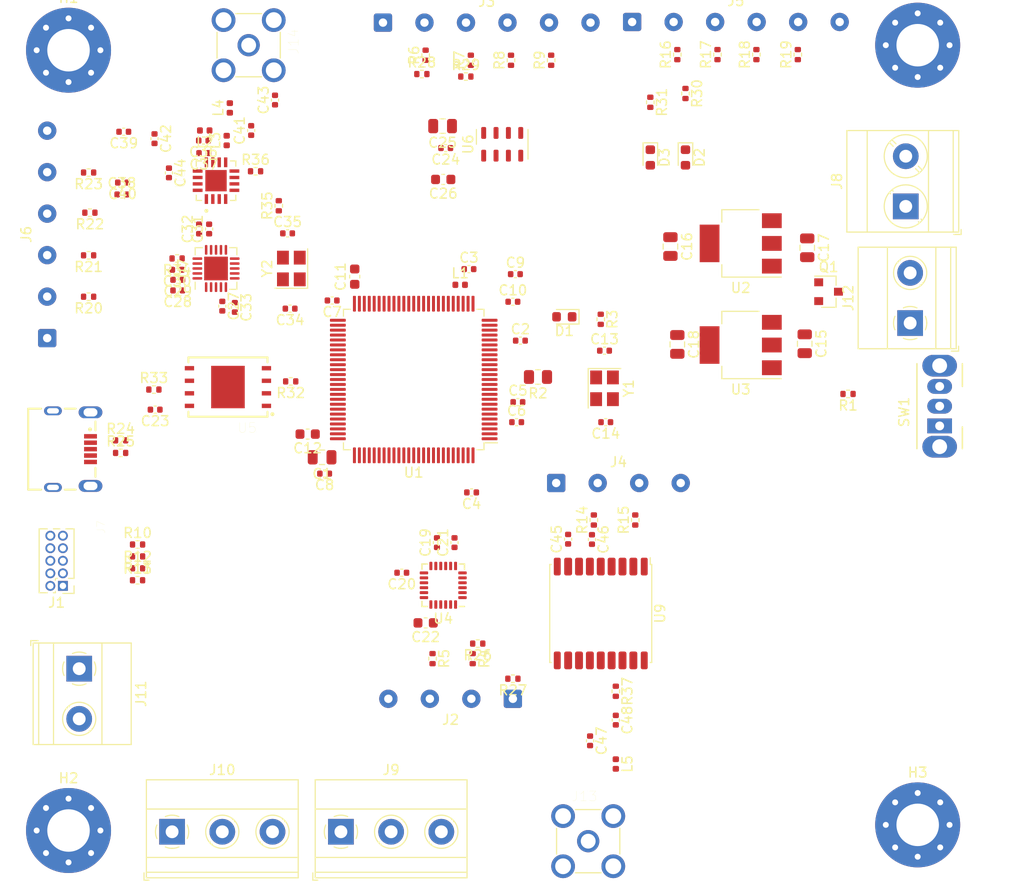
<source format=kicad_pcb>
(kicad_pcb (version 20171130) (host pcbnew "(5.1.8)-1")
  (layers (0 F.Cu signal) (1 In1.Cu power) (2 In2.Cu power) (31 B.Cu signal) (34 B.Paste user) (35 F.Paste user) (36 B.SilkS user hide) (37 F.SilkS user hide) (38 B.Mask user) (39 F.Mask user) (44 Edge.Cuts user))
  (net 0 "")
  (net 1 +3V3)
  (net 2 GND)
  (net 3 +3.3VA)
  (net 4 VCAP_1)
  (net 5 VCAP_2)
  (net 6 HSE_OSC_IN)
  (net 7 "Net-(C14-Pad1)")
  (net 8 Vin)
  (net 9 +5V)
  (net 10 IMU_REG_OUT)
  (net 11 IMU_CAP_OUT)
  (net 12 V_CAP_ALT)
  (net 13 "Net-(C28-Pad1)")
  (net 14 "Net-(C33-Pad1)")
  (net 15 XSOC_Q1)
  (net 16 "Net-(C35-Pad1)")
  (net 17 "Net-(C36-Pad2)")
  (net 18 RF_ANT)
  (net 19 "Net-(C42-Pad2)")
  (net 20 "Net-(C43-Pad2)")
  (net 21 "Net-(C44-Pad1)")
  (net 22 GPS_RF_IN)
  (net 23 "Net-(C47-Pad2)")
  (net 24 "Net-(C48-Pad1)")
  (net 25 "Net-(D1-Pad1)")
  (net 26 STATUS_LED)
  (net 27 "Net-(D2-Pad1)")
  (net 28 "Net-(D3-Pad1)")
  (net 29 "Net-(J1-Pad2)")
  (net 30 "Net-(J1-Pad3)")
  (net 31 "Net-(J1-Pad4)")
  (net 32 "Net-(J1-Pad6)")
  (net 33 "Net-(J1-Pad8)")
  (net 34 "Net-(J1-Pad10)")
  (net 35 "Net-(J2-Pad3)")
  (net 36 "Net-(J2-Pad2)")
  (net 37 "Net-(J3-Pad2)")
  (net 38 "Net-(J3-Pad3)")
  (net 39 "Net-(J3-Pad4)")
  (net 40 "Net-(J4-Pad2)")
  (net 41 "Net-(J4-Pad3)")
  (net 42 "Net-(J5-Pad2)")
  (net 43 "Net-(J5-Pad3)")
  (net 44 "Net-(J5-Pad4)")
  (net 45 "Net-(J5-Pad5)")
  (net 46 "Net-(J6-Pad5)")
  (net 47 "Net-(J6-Pad4)")
  (net 48 "Net-(J6-Pad3)")
  (net 49 "Net-(J6-Pad2)")
  (net 50 "Net-(J7-Pad1)")
  (net 51 "Net-(J7-Pad2)")
  (net 52 "Net-(J7-Pad3)")
  (net 53 "Net-(J7-Pad4)")
  (net 54 "Net-(J7-PadS1)")
  (net 55 V+)
  (net 56 Input1)
  (net 57 Input2)
  (net 58 Input3)
  (net 59 Output3)
  (net 60 Output2)
  (net 61 Output1)
  (net 62 AGPIO1)
  (net 63 AGPIO2)
  (net 64 BOOT0)
  (net 65 "Net-(R1-Pad1)")
  (net 66 HSE_OSC_OUT)
  (net 67 I2C1_SCL)
  (net 68 I2C1_SDA)
  (net 69 I2C2_SCL)
  (net 70 I2C2_SDA)
  (net 71 ALT_INT_2)
  (net 72 "Net-(J3-Pad5)")
  (net 73 ALT_INT_1)
  (net 74 SWDIO)
  (net 75 SWCLK)
  (net 76 SWO)
  (net 77 NRST)
  (net 78 UART1_TX)
  (net 79 UART1_RX)
  (net 80 SPI1_SCK)
  (net 81 SPI1_MISO)
  (net 82 SPI1_MOSI)
  (net 83 RF_CS)
  (net 84 SPI2_SCK)
  (net 85 SPI2_MISO)
  (net 86 SPI2_MOSI)
  (net 87 FLASH_CS)
  (net 88 USB_D-)
  (net 89 USB_D+)
  (net 90 ~WP)
  (net 91 ~HOLD)
  (net 92 "Net-(R34-Pad1)")
  (net 93 XSOC_Q2)
  (net 94 "Net-(R36-Pad1)")
  (net 95 GPS_RF_VCC)
  (net 96 "Net-(U1-Pad1)")
  (net 97 "Net-(U1-Pad2)")
  (net 98 "Net-(U1-Pad3)")
  (net 99 "Net-(U1-Pad4)")
  (net 100 "Net-(U1-Pad5)")
  (net 101 "Net-(U1-Pad7)")
  (net 102 "Net-(U1-Pad8)")
  (net 103 "Net-(U1-Pad9)")
  (net 104 "Net-(U1-Pad15)")
  (net 105 "Net-(U1-Pad16)")
  (net 106 "Net-(U1-Pad17)")
  (net 107 "Net-(U1-Pad18)")
  (net 108 "Net-(U1-Pad21)")
  (net 109 "Net-(U1-Pad26)")
  (net 110 "Net-(U1-Pad29)")
  (net 111 RF_HGM)
  (net 112 RF_LNA_EN)
  (net 113 RF_PA_EN)
  (net 114 RF_GPO1)
  (net 115 RF_GPO0)
  (net 116 "Net-(U1-Pad39)")
  (net 117 "Net-(U1-Pad40)")
  (net 118 "Net-(U1-Pad41)")
  (net 119 "Net-(U1-Pad42)")
  (net 120 "Net-(U1-Pad43)")
  (net 121 "Net-(U1-Pad44)")
  (net 122 "Net-(U1-Pad55)")
  (net 123 "Net-(U1-Pad56)")
  (net 124 "Net-(U1-Pad57)")
  (net 125 "Net-(U1-Pad58)")
  (net 126 "Net-(U1-Pad59)")
  (net 127 "Net-(U1-Pad60)")
  (net 128 "Net-(U1-Pad61)")
  (net 129 "Net-(U1-Pad62)")
  (net 130 "Net-(U1-Pad63)")
  (net 131 ~GPS_SAFEBOOT)
  (net 132 GPS_LNA_EN)
  (net 133 TIME_PULSE)
  (net 134 ~GPS_RESET)
  (net 135 "Net-(U1-Pad77)")
  (net 136 "Net-(U1-Pad78)")
  (net 137 "Net-(U1-Pad79)")
  (net 138 "Net-(U1-Pad88)")
  (net 139 "Net-(U1-Pad90)")
  (net 140 IMU_INT)
  (net 141 "Net-(U1-Pad95)")
  (net 142 "Net-(U1-Pad96)")
  (net 143 "Net-(U1-Pad97)")
  (net 144 "Net-(U1-Pad98)")
  (net 145 "Net-(U4-Pad1)")
  (net 146 "Net-(U4-Pad6)")
  (net 147 "Net-(U4-Pad7)")
  (net 148 "Net-(U4-Pad11)")
  (net 149 RF_P)
  (net 150 RF_N)
  (net 151 "Net-(U9-Pad5)")
  (net 152 "Net-(U9-Pad15)")
  (net 153 "Net-(U9-Pad16)")
  (net 154 "Net-(U9-Pad17)")
  (net 155 "Net-(U1-Pad68)")
  (net 156 "Net-(U1-Pad69)")
  (module Capacitor_SMD:C_0402_1005Metric (layer F.Cu) (at 56.0705 27.305 180)
    (fp_text reference C24 (at 0 -1.16) (layer F.SilkS))
    (fp_text value 100nF)
    (pad 2 smd roundrect (at 0.48 0 180) (size 0.56 0.62) (layers F.Cu F.Paste F.Mask) (net 2 GND))
    (pad 1 smd roundrect (at -0.48 0 180) (size 0.56 0.62) (layers F.Cu F.Paste F.Mask) (net 12 V_CAP_ALT))
  )
  (module Capacitor_SMD:C_0402_1005Metric (layer F.Cu) (at 26.67 53.7845 180)
    (fp_text reference C23 (at 0 -1.16) (layer F.SilkS))
    (fp_text value 100nF)
    (pad 2 smd roundrect (at 0.48 0 180) (size 0.56 0.62) (layers F.Cu F.Paste F.Mask) (net 2 GND))
    (pad 1 smd roundrect (at -0.48 0 180) (size 0.56 0.62) (layers F.Cu F.Paste F.Mask) (net 1 +3V3))
  )
  (module Capacitor_SMD:C_0402_1005Metric (layer F.Cu) (at 56.9595 67.2465 90)
    (fp_text reference C21 (at 0 -1.16 90) (layer F.SilkS))
    (fp_text value 100nF)
    (pad 2 smd roundrect (at 0.48 0 90) (size 0.56 0.62) (layers F.Cu F.Paste F.Mask) (net 2 GND))
    (pad 1 smd roundrect (at -0.48 0 90) (size 0.56 0.62) (layers F.Cu F.Paste F.Mask) (net 1 +3V3))
  )
  (module Capacitor_SMD:C_0402_1005Metric (layer F.Cu) (at 51.6255 70.2945 180)
    (fp_text reference C20 (at 0 -1.16) (layer F.SilkS))
    (fp_text value 100nF)
    (pad 2 smd roundrect (at 0.48 0 180) (size 0.56 0.62) (layers F.Cu F.Paste F.Mask) (net 2 GND))
    (pad 1 smd roundrect (at -0.48 0 180) (size 0.56 0.62) (layers F.Cu F.Paste F.Mask) (net 1 +3V3))
  )
  (module Capacitor_SMD:C_0402_1005Metric (layer F.Cu) (at 55.1815 67.2465 90)
    (fp_text reference C19 (at 0 -1.16 90) (layer F.SilkS))
    (fp_text value 100nF)
    (pad 2 smd roundrect (at 0.48 0 90) (size 0.56 0.62) (layers F.Cu F.Paste F.Mask) (net 2 GND))
    (pad 1 smd roundrect (at -0.48 0 90) (size 0.56 0.62) (layers F.Cu F.Paste F.Mask) (net 10 IMU_REG_OUT))
  )
  (module Capacitor_SMD:C_0402_1005Metric (layer F.Cu) (at 43.815 60.2615 180)
    (fp_text reference C8 (at 0 -1.16) (layer F.SilkS))
    (fp_text value 100nF)
    (pad 2 smd roundrect (at 0.48 0 180) (size 0.56 0.62) (layers F.Cu F.Paste F.Mask) (net 2 GND))
    (pad 1 smd roundrect (at -0.48 0 180) (size 0.56 0.62) (layers F.Cu F.Paste F.Mask) (net 1 +3V3))
  )
  (module Capacitor_SMD:C_0402_1005Metric (layer F.Cu) (at 44.577 42.7355 180)
    (fp_text reference C7 (at 0 -1.16) (layer F.SilkS))
    (fp_text value 100nF)
    (pad 2 smd roundrect (at 0.48 0 180) (size 0.56 0.62) (layers F.Cu F.Paste F.Mask) (net 2 GND))
    (pad 1 smd roundrect (at -0.48 0 180) (size 0.56 0.62) (layers F.Cu F.Paste F.Mask) (net 1 +3V3))
  )
  (module Capacitor_SMD:C_0402_1005Metric (layer F.Cu) (at 63.246 55.0545)
    (fp_text reference C6 (at 0 -1.16) (layer F.SilkS))
    (fp_text value 100nF)
    (pad 2 smd roundrect (at 0.48 0) (size 0.56 0.62) (layers F.Cu F.Paste F.Mask) (net 2 GND))
    (pad 1 smd roundrect (at -0.48 0) (size 0.56 0.62) (layers F.Cu F.Paste F.Mask) (net 1 +3V3))
  )
  (module Capacitor_SMD:C_0402_1005Metric (layer F.Cu) (at 63.373 53.0225)
    (fp_text reference C5 (at 0 -1.16) (layer F.SilkS))
    (fp_text value 100nF)
    (pad 2 smd roundrect (at 0.48 0) (size 0.56 0.62) (layers F.Cu F.Paste F.Mask) (net 2 GND))
    (pad 1 smd roundrect (at -0.48 0) (size 0.56 0.62) (layers F.Cu F.Paste F.Mask) (net 1 +3V3))
  )
  (module Capacitor_SMD:C_0402_1005Metric (layer F.Cu) (at 58.687 62.1665 180)
    (fp_text reference C4 (at 0 -1.16) (layer F.SilkS))
    (fp_text value 100nF)
    (pad 2 smd roundrect (at 0.48 0 180) (size 0.56 0.62) (layers F.Cu F.Paste F.Mask) (net 2 GND))
    (pad 1 smd roundrect (at -0.48 0 180) (size 0.56 0.62) (layers F.Cu F.Paste F.Mask) (net 1 +3V3))
  )
  (module Capacitor_SMD:C_0402_1005Metric (layer F.Cu) (at 58.42 39.5605)
    (fp_text reference C3 (at 0 -1.16) (layer F.SilkS))
    (fp_text value 100nF)
    (pad 2 smd roundrect (at 0.48 0) (size 0.56 0.62) (layers F.Cu F.Paste F.Mask) (net 2 GND))
    (pad 1 smd roundrect (at -0.48 0) (size 0.56 0.62) (layers F.Cu F.Paste F.Mask) (net 1 +3V3))
  )
  (module Capacitor_SMD:C_0402_1005Metric (layer F.Cu) (at 63.627 46.7995)
    (fp_text reference C2 (at 0 -1.16) (layer F.SilkS))
    (fp_text value 100nF)
    (pad 2 smd roundrect (at 0.48 0) (size 0.56 0.62) (layers F.Cu F.Paste F.Mask) (net 2 GND))
    (pad 1 smd roundrect (at -0.48 0) (size 0.56 0.62) (layers F.Cu F.Paste F.Mask) (net 1 +3V3))
  )
  (module Connector_Wire:SolderWire-0.25sqmm_1x06_P4.2mm_D0.65mm_OD1.7mm (layer F.Cu) (at 15.748 46.5455 90)
    (fp_text reference J6 (at 10.5 -2.12 90) (layer F.SilkS))
    (fp_text value SPI2)
    (pad 6 thru_hole circle (at 21 0 90) (size 1.85 1.85) (drill 0.85) (layers *.Cu *.Mask) (net 2 GND))
    (pad 5 thru_hole circle (at 16.8 0 90) (size 1.85 1.85) (drill 0.85) (layers *.Cu *.Mask) (net 46 "Net-(J6-Pad5)"))
    (pad 4 thru_hole circle (at 12.6 0 90) (size 1.85 1.85) (drill 0.85) (layers *.Cu *.Mask) (net 47 "Net-(J6-Pad4)"))
    (pad 3 thru_hole circle (at 8.4 0 90) (size 1.85 1.85) (drill 0.85) (layers *.Cu *.Mask) (net 48 "Net-(J6-Pad3)"))
    (pad 2 thru_hole circle (at 4.2 0 90) (size 1.85 1.85) (drill 0.85) (layers *.Cu *.Mask) (net 49 "Net-(J6-Pad2)"))
    (pad 1 thru_hole roundrect (at 0 0 90) (size 1.85 1.85) (drill 0.85) (layers *.Cu *.Mask) (roundrect_rratio 0.135135) (net 1 +3V3))
  )
  (module Connector_Wire:SolderWire-0.25sqmm_1x06_P4.2mm_D0.65mm_OD1.7mm (layer F.Cu) (at 74.93 14.5415)
    (fp_text reference J5 (at 10.5 -2.12) (layer F.SilkS))
    (fp_text value SPI1)
    (pad 6 thru_hole circle (at 21 0) (size 1.85 1.85) (drill 0.85) (layers *.Cu *.Mask) (net 2 GND))
    (pad 5 thru_hole circle (at 16.8 0) (size 1.85 1.85) (drill 0.85) (layers *.Cu *.Mask) (net 45 "Net-(J5-Pad5)"))
    (pad 4 thru_hole circle (at 12.6 0) (size 1.85 1.85) (drill 0.85) (layers *.Cu *.Mask) (net 44 "Net-(J5-Pad4)"))
    (pad 3 thru_hole circle (at 8.4 0) (size 1.85 1.85) (drill 0.85) (layers *.Cu *.Mask) (net 43 "Net-(J5-Pad3)"))
    (pad 2 thru_hole circle (at 4.2 0) (size 1.85 1.85) (drill 0.85) (layers *.Cu *.Mask) (net 42 "Net-(J5-Pad2)"))
    (pad 1 thru_hole roundrect (at 0 0) (size 1.85 1.85) (drill 0.85) (layers *.Cu *.Mask) (roundrect_rratio 0.135135) (net 1 +3V3))
  )
  (module Connector_Wire:SolderWire-0.25sqmm_1x06_P4.2mm_D0.65mm_OD1.7mm (layer F.Cu) (at 49.7205 14.605)
    (fp_text reference J3 (at 10.5 -2.12) (layer F.SilkS))
    (fp_text value I2C2)
    (pad 6 thru_hole circle (at 21 0) (size 1.85 1.85) (drill 0.85) (layers *.Cu *.Mask) (net 2 GND))
    (pad 5 thru_hole circle (at 16.8 0) (size 1.85 1.85) (drill 0.85) (layers *.Cu *.Mask) (net 72 "Net-(J3-Pad5)"))
    (pad 4 thru_hole circle (at 12.6 0) (size 1.85 1.85) (drill 0.85) (layers *.Cu *.Mask) (net 39 "Net-(J3-Pad4)"))
    (pad 3 thru_hole circle (at 8.4 0) (size 1.85 1.85) (drill 0.85) (layers *.Cu *.Mask) (net 38 "Net-(J3-Pad3)"))
    (pad 2 thru_hole circle (at 4.2 0) (size 1.85 1.85) (drill 0.85) (layers *.Cu *.Mask) (net 37 "Net-(J3-Pad2)"))
    (pad 1 thru_hole roundrect (at 0 0) (size 1.85 1.85) (drill 0.85) (layers *.Cu *.Mask) (roundrect_rratio 0.135135) (net 1 +3V3))
  )
  (module Capacitor_SMD:C_0805_2012Metric (layer F.Cu) (at 43.561 58.6105 180)
    (fp_text reference C1 (at 0 -1.68) (layer F.SilkS))
    (fp_text value 4.7uF)
    (pad 1 smd roundrect (at -0.95 0 180) (size 1 1.45) (layers F.Cu F.Paste F.Mask) (net 1 +3V3))
    (pad 2 smd roundrect (at 0.95 0 180) (size 1 1.45) (layers F.Cu F.Paste F.Mask) (net 2 GND))
  )
  (module Capacitor_SMD:C_0402_1005Metric (layer F.Cu) (at 63.119 40.0685)
    (fp_text reference C9 (at 0 -1.16) (layer F.SilkS))
    (fp_text value 1uF)
    (pad 1 smd roundrect (at -0.48 0) (size 0.56 0.62) (layers F.Cu F.Paste F.Mask) (net 3 +3.3VA))
    (pad 2 smd roundrect (at 0.48 0) (size 0.56 0.62) (layers F.Cu F.Paste F.Mask) (net 2 GND))
  )
  (module Capacitor_SMD:C_0402_1005Metric (layer F.Cu) (at 62.865 42.8625)
    (fp_text reference C10 (at 0 -1.16) (layer F.SilkS))
    (fp_text value 10nF)
    (pad 1 smd roundrect (at -0.48 0) (size 0.56 0.62) (layers F.Cu F.Paste F.Mask) (net 3 +3.3VA))
    (pad 2 smd roundrect (at 0.48 0) (size 0.56 0.62) (layers F.Cu F.Paste F.Mask) (net 2 GND))
  )
  (module Capacitor_SMD:C_0603_1608Metric (layer F.Cu) (at 46.863 40.3225 90)
    (fp_text reference C11 (at 0 -1.43 90) (layer F.SilkS))
    (fp_text value 2.2uF)
    (pad 2 smd roundrect (at 0.775 0 90) (size 0.9 0.95) (layers F.Cu F.Paste F.Mask) (net 2 GND))
    (pad 1 smd roundrect (at -0.775 0 90) (size 0.9 0.95) (layers F.Cu F.Paste F.Mask) (net 4 VCAP_1))
  )
  (module Capacitor_SMD:C_0603_1608Metric (layer F.Cu) (at 42.1005 56.261 180)
    (fp_text reference C12 (at 0 -1.43) (layer F.SilkS))
    (fp_text value 2.2uF)
    (pad 1 smd roundrect (at -0.775 0 180) (size 0.9 0.95) (layers F.Cu F.Paste F.Mask) (net 5 VCAP_2))
    (pad 2 smd roundrect (at 0.775 0 180) (size 0.9 0.95) (layers F.Cu F.Paste F.Mask) (net 2 GND))
  )
  (module Capacitor_SMD:C_0402_1005Metric (layer F.Cu) (at 72.136 47.8155)
    (fp_text reference C13 (at 0 -1.16) (layer F.SilkS))
    (fp_text value 12pF)
    (pad 1 smd roundrect (at -0.48 0) (size 0.56 0.62) (layers F.Cu F.Paste F.Mask) (net 6 HSE_OSC_IN))
    (pad 2 smd roundrect (at 0.48 0) (size 0.56 0.62) (layers F.Cu F.Paste F.Mask) (net 2 GND))
  )
  (module Capacitor_SMD:C_0402_1005Metric (layer F.Cu) (at 72.263 55.0545 180)
    (fp_text reference C14 (at 0 -1.16) (layer F.SilkS))
    (fp_text value 12pF)
    (pad 2 smd roundrect (at 0.48 0 180) (size 0.56 0.62) (layers F.Cu F.Paste F.Mask) (net 2 GND))
    (pad 1 smd roundrect (at -0.48 0 180) (size 0.56 0.62) (layers F.Cu F.Paste F.Mask) (net 7 "Net-(C14-Pad1)"))
  )
  (module Capacitor_SMD:C_0805_2012Metric (layer F.Cu) (at 92.3925 47.117 270)
    (fp_text reference C15 (at 0 -1.68 90) (layer F.SilkS))
    (fp_text value 22uF)
    (pad 2 smd roundrect (at 0.95 0 270) (size 1 1.45) (layers F.Cu F.Paste F.Mask) (net 2 GND))
    (pad 1 smd roundrect (at -0.95 0 270) (size 1 1.45) (layers F.Cu F.Paste F.Mask) (net 8 Vin))
  )
  (module Capacitor_SMD:C_0805_2012Metric (layer F.Cu) (at 78.8035 37.2745 270)
    (fp_text reference C16 (at 0 -1.68 90) (layer F.SilkS))
    (fp_text value 22uF)
    (pad 1 smd roundrect (at -0.95 0 270) (size 1 1.45) (layers F.Cu F.Paste F.Mask) (net 1 +3V3))
    (pad 2 smd roundrect (at 0.95 0 270) (size 1 1.45) (layers F.Cu F.Paste F.Mask) (net 2 GND))
  )
  (module Capacitor_SMD:C_0805_2012Metric (layer F.Cu) (at 92.6465 37.4015 270)
    (fp_text reference C17 (at 0 -1.68 90) (layer F.SilkS))
    (fp_text value 22uF)
    (pad 1 smd roundrect (at -0.95 0 270) (size 1 1.45) (layers F.Cu F.Paste F.Mask) (net 8 Vin))
    (pad 2 smd roundrect (at 0.95 0 270) (size 1 1.45) (layers F.Cu F.Paste F.Mask) (net 2 GND))
  )
  (module Capacitor_SMD:C_0805_2012Metric (layer F.Cu) (at 79.502 47.183 270)
    (fp_text reference C18 (at 0 -1.68 90) (layer F.SilkS))
    (fp_text value 22uF)
    (pad 2 smd roundrect (at 0.95 0 270) (size 1 1.45) (layers F.Cu F.Paste F.Mask) (net 2 GND))
    (pad 1 smd roundrect (at -0.95 0 270) (size 1 1.45) (layers F.Cu F.Paste F.Mask) (net 9 +5V))
  )
  (module Capacitor_SMD:C_0603_1608Metric (layer F.Cu) (at 54.0385 75.3745 180)
    (fp_text reference C22 (at 0 -1.43) (layer F.SilkS))
    (fp_text value 2.2nF)
    (pad 1 smd roundrect (at -0.775 0 180) (size 0.9 0.95) (layers F.Cu F.Paste F.Mask) (net 11 IMU_CAP_OUT))
    (pad 2 smd roundrect (at 0.775 0 180) (size 0.9 0.95) (layers F.Cu F.Paste F.Mask) (net 2 GND))
  )
  (module Capacitor_SMD:C_0805_2012Metric (layer F.Cu) (at 55.753 25.0825 180)
    (fp_text reference C25 (at 0 -1.68) (layer F.SilkS))
    (fp_text value 10uF)
    (pad 2 smd roundrect (at 0.95 0 180) (size 1 1.45) (layers F.Cu F.Paste F.Mask) (net 2 GND))
    (pad 1 smd roundrect (at -0.95 0 180) (size 1 1.45) (layers F.Cu F.Paste F.Mask) (net 1 +3V3))
  )
  (module Capacitor_SMD:C_0603_1608Metric (layer F.Cu) (at 55.8165 30.48 180)
    (fp_text reference C26 (at 0 -1.43) (layer F.SilkS))
    (fp_text value 100nF)
    (pad 1 smd roundrect (at -0.775 0 180) (size 0.9 0.95) (layers F.Cu F.Paste F.Mask) (net 1 +3V3))
    (pad 2 smd roundrect (at 0.775 0 180) (size 0.9 0.95) (layers F.Cu F.Paste F.Mask) (net 2 GND))
  )
  (module Capacitor_SMD:C_0402_1005Metric (layer F.Cu) (at 33.4645 43.307 270)
    (fp_text reference C27 (at 0 -1.16 90) (layer F.SilkS))
    (fp_text value 100nF)
    (pad 1 smd roundrect (at -0.48 0 270) (size 0.56 0.62) (layers F.Cu F.Paste F.Mask) (net 1 +3V3))
    (pad 2 smd roundrect (at 0.48 0 270) (size 0.56 0.62) (layers F.Cu F.Paste F.Mask) (net 2 GND))
  )
  (module Capacitor_SMD:C_0402_1005Metric (layer F.Cu) (at 28.956 41.7195 180)
    (fp_text reference C28 (at 0 -1.16) (layer F.SilkS))
    (fp_text value 100nF)
    (pad 2 smd roundrect (at 0.48 0 180) (size 0.56 0.62) (layers F.Cu F.Paste F.Mask) (net 2 GND))
    (pad 1 smd roundrect (at -0.48 0 180) (size 0.56 0.62) (layers F.Cu F.Paste F.Mask) (net 13 "Net-(C28-Pad1)"))
  )
  (module Capacitor_SMD:C_0402_1005Metric (layer F.Cu) (at 28.956 40.64 180)
    (fp_text reference C29 (at 0 -1.16) (layer F.SilkS))
    (fp_text value 100nF)
    (pad 1 smd roundrect (at -0.48 0 180) (size 0.56 0.62) (layers F.Cu F.Paste F.Mask) (net 13 "Net-(C28-Pad1)"))
    (pad 2 smd roundrect (at 0.48 0 180) (size 0.56 0.62) (layers F.Cu F.Paste F.Mask) (net 2 GND))
  )
  (module Capacitor_SMD:C_0402_1005Metric (layer F.Cu) (at 28.8925 39.624 180)
    (fp_text reference C30 (at 0 -1.16) (layer F.SilkS))
    (fp_text value 220pF)
    (pad 2 smd roundrect (at 0.48 0 180) (size 0.56 0.62) (layers F.Cu F.Paste F.Mask) (net 2 GND))
    (pad 1 smd roundrect (at -0.48 0 180) (size 0.56 0.62) (layers F.Cu F.Paste F.Mask) (net 13 "Net-(C28-Pad1)"))
  )
  (module Capacitor_SMD:C_0402_1005Metric (layer F.Cu) (at 32.131 35.4965 90)
    (fp_text reference C31 (at 0 -1.16 90) (layer F.SilkS))
    (fp_text value 220pF)
    (pad 1 smd roundrect (at -0.48 0 90) (size 0.56 0.62) (layers F.Cu F.Paste F.Mask) (net 13 "Net-(C28-Pad1)"))
    (pad 2 smd roundrect (at 0.48 0 90) (size 0.56 0.62) (layers F.Cu F.Paste F.Mask) (net 2 GND))
  )
  (module Capacitor_SMD:C_0402_1005Metric (layer F.Cu) (at 31.115 35.4965 90)
    (fp_text reference C32 (at 0 -1.16 90) (layer F.SilkS))
    (fp_text value 220pF)
    (pad 2 smd roundrect (at 0.48 0 90) (size 0.56 0.62) (layers F.Cu F.Paste F.Mask) (net 2 GND))
    (pad 1 smd roundrect (at -0.48 0 90) (size 0.56 0.62) (layers F.Cu F.Paste F.Mask) (net 13 "Net-(C28-Pad1)"))
  )
  (module Capacitor_SMD:C_0402_1005Metric (layer F.Cu) (at 34.7345 43.434 270)
    (fp_text reference C33 (at 0 -1.16 90) (layer F.SilkS))
    (fp_text value 100nF)
    (pad 2 smd roundrect (at 0.48 0 270) (size 0.56 0.62) (layers F.Cu F.Paste F.Mask) (net 2 GND))
    (pad 1 smd roundrect (at -0.48 0 270) (size 0.56 0.62) (layers F.Cu F.Paste F.Mask) (net 14 "Net-(C33-Pad1)"))
  )
  (module Capacitor_SMD:C_0402_1005Metric (layer F.Cu) (at 40.3225 43.561 180)
    (fp_text reference C34 (at 0 -1.16) (layer F.SilkS))
    (fp_text value 12pF)
    (pad 1 smd roundrect (at -0.48 0 180) (size 0.56 0.62) (layers F.Cu F.Paste F.Mask) (net 15 XSOC_Q1))
    (pad 2 smd roundrect (at 0.48 0 180) (size 0.56 0.62) (layers F.Cu F.Paste F.Mask) (net 2 GND))
  )
  (module Capacitor_SMD:C_0402_1005Metric (layer F.Cu) (at 40.0685 35.941)
    (fp_text reference C35 (at 0 -1.16) (layer F.SilkS))
    (fp_text value 12pF)
    (pad 2 smd roundrect (at 0.48 0) (size 0.56 0.62) (layers F.Cu F.Paste F.Mask) (net 2 GND))
    (pad 1 smd roundrect (at -0.48 0) (size 0.56 0.62) (layers F.Cu F.Paste F.Mask) (net 16 "Net-(C35-Pad1)"))
  )
  (module Capacitor_SMD:C_0402_1005Metric (layer F.Cu) (at 31.5595 26.543 180)
    (fp_text reference C36 (at 0 -1.16) (layer F.SilkS))
    (fp_text value "1nF 0402")
    (pad 1 smd roundrect (at -0.48 0 180) (size 0.56 0.62) (layers F.Cu F.Paste F.Mask) (net 1 +3V3))
    (pad 2 smd roundrect (at 0.48 0 180) (size 0.56 0.62) (layers F.Cu F.Paste F.Mask) (net 17 "Net-(C36-Pad2)"))
  )
  (module Capacitor_SMD:C_0402_1005Metric (layer F.Cu) (at 31.5875 27.813 180)
    (fp_text reference C37 (at 0 -1.16) (layer F.SilkS))
    (fp_text value "12pF 0402")
    (pad 2 smd roundrect (at 0.48 0 180) (size 0.56 0.62) (layers F.Cu F.Paste F.Mask) (net 17 "Net-(C36-Pad2)"))
    (pad 1 smd roundrect (at -0.48 0 180) (size 0.56 0.62) (layers F.Cu F.Paste F.Mask) (net 1 +3V3))
  )
  (module Capacitor_SMD:C_0402_1005Metric (layer F.Cu) (at 23.3045 32.004)
    (fp_text reference C38 (at 0 -1.16) (layer F.SilkS))
    (fp_text value 1uF)
    (pad 1 smd roundrect (at -0.48 0) (size 0.56 0.62) (layers F.Cu F.Paste F.Mask) (net 2 GND))
    (pad 2 smd roundrect (at 0.48 0) (size 0.56 0.62) (layers F.Cu F.Paste F.Mask) (net 1 +3V3))
  )
  (module Capacitor_SMD:C_0402_1005Metric (layer F.Cu) (at 23.495 25.654 180)
    (fp_text reference C39 (at 0 -1.16) (layer F.SilkS))
    (fp_text value 1nF)
    (pad 2 smd roundrect (at 0.48 0 180) (size 0.56 0.62) (layers F.Cu F.Paste F.Mask) (net 1 +3V3))
    (pad 1 smd roundrect (at -0.48 0 180) (size 0.56 0.62) (layers F.Cu F.Paste F.Mask) (net 2 GND))
  )
  (module Capacitor_SMD:C_0402_1005Metric (layer F.Cu) (at 23.368 30.7975 180)
    (fp_text reference C40 (at 0 -1.16) (layer F.SilkS))
    (fp_text value 12pF)
    (pad 2 smd roundrect (at 0.48 0 180) (size 0.56 0.62) (layers F.Cu F.Paste F.Mask) (net 1 +3V3))
    (pad 1 smd roundrect (at -0.48 0 180) (size 0.56 0.62) (layers F.Cu F.Paste F.Mask) (net 2 GND))
  )
  (module Capacitor_SMD:C_0402_1005Metric (layer F.Cu) (at 36.3855 25.527 90)
    (fp_text reference C41 (at 0 -1.16 90) (layer F.SilkS))
    (fp_text value 2.2pF)
    (pad 2 smd roundrect (at 0.48 0 90) (size 0.56 0.62) (layers F.Cu F.Paste F.Mask) (net 18 RF_ANT))
    (pad 1 smd roundrect (at -0.48 0 90) (size 0.56 0.62) (layers F.Cu F.Paste F.Mask) (net 2 GND))
  )
  (module Capacitor_SMD:C_0402_1005Metric (layer F.Cu) (at 26.6065 26.3525 270)
    (fp_text reference C42 (at 0 -1.16 90) (layer F.SilkS))
    (fp_text value 2.2pF)
    (pad 1 smd roundrect (at -0.48 0 270) (size 0.56 0.62) (layers F.Cu F.Paste F.Mask) (net 2 GND))
    (pad 2 smd roundrect (at 0.48 0 270) (size 0.56 0.62) (layers F.Cu F.Paste F.Mask) (net 19 "Net-(C42-Pad2)"))
  )
  (module Capacitor_SMD:C_0402_1005Metric (layer F.Cu) (at 38.7985 22.4435 90)
    (fp_text reference C43 (at 0 -1.16 90) (layer F.SilkS))
    (fp_text value 0.1pF)
    (pad 2 smd roundrect (at 0.48 0 90) (size 0.56 0.62) (layers F.Cu F.Paste F.Mask) (net 20 "Net-(C43-Pad2)"))
    (pad 1 smd roundrect (at -0.48 0 90) (size 0.56 0.62) (layers F.Cu F.Paste F.Mask) (net 2 GND))
  )
  (module Capacitor_SMD:C_0402_1005Metric (layer F.Cu) (at 28.067 29.817 270)
    (fp_text reference C44 (at 0 -1.16 90) (layer F.SilkS))
    (fp_text value 18pF)
    (pad 1 smd roundrect (at -0.48 0 270) (size 0.56 0.62) (layers F.Cu F.Paste F.Mask) (net 21 "Net-(C44-Pad1)"))
    (pad 2 smd roundrect (at 0.48 0 270) (size 0.56 0.62) (layers F.Cu F.Paste F.Mask) (net 20 "Net-(C43-Pad2)"))
  )
  (module Capacitor_SMD:C_0402_1005Metric (layer F.Cu) (at 68.453 66.901 90)
    (fp_text reference C45 (at 0 -1.16 90) (layer F.SilkS))
    (fp_text value 1uF)
    (pad 1 smd roundrect (at -0.48 0 90) (size 0.56 0.62) (layers F.Cu F.Paste F.Mask) (net 1 +3V3))
    (pad 2 smd roundrect (at 0.48 0 90) (size 0.56 0.62) (layers F.Cu F.Paste F.Mask) (net 2 GND))
  )
  (module Capacitor_SMD:C_0402_1005Metric (layer F.Cu) (at 70.866 66.929 270)
    (fp_text reference C46 (at 0 -1.16 90) (layer F.SilkS))
    (fp_text value 1uF)
    (pad 2 smd roundrect (at 0.48 0 270) (size 0.56 0.62) (layers F.Cu F.Paste F.Mask) (net 2 GND))
    (pad 1 smd roundrect (at -0.48 0 270) (size 0.56 0.62) (layers F.Cu F.Paste F.Mask) (net 1 +3V3))
  )
  (module Capacitor_SMD:C_0402_1005Metric (layer F.Cu) (at 70.6755 87.3125 270)
    (fp_text reference C47 (at 0 -1.16 90) (layer F.SilkS))
    (fp_text value 47pF)
    (pad 1 smd roundrect (at -0.48 0 270) (size 0.56 0.62) (layers F.Cu F.Paste F.Mask) (net 22 GPS_RF_IN))
    (pad 2 smd roundrect (at 0.48 0 270) (size 0.56 0.62) (layers F.Cu F.Paste F.Mask) (net 23 "Net-(C47-Pad2)"))
  )
  (module Capacitor_SMD:C_0402_1005Metric (layer F.Cu) (at 73.279 85.217 270)
    (fp_text reference C48 (at 0 -1.16 90) (layer F.SilkS))
    (fp_text value 10nF)
    (pad 2 smd roundrect (at 0.48 0 270) (size 0.56 0.62) (layers F.Cu F.Paste F.Mask) (net 2 GND))
    (pad 1 smd roundrect (at -0.48 0 270) (size 0.56 0.62) (layers F.Cu F.Paste F.Mask) (net 24 "Net-(C48-Pad1)"))
  )
  (module LED_SMD:LED_0603_1608Metric (layer F.Cu) (at 68.072 44.3865 180)
    (fp_text reference D1 (at 0 -1.43) (layer F.SilkS))
    (fp_text value GREEN_LED)
    (pad 1 smd roundrect (at -0.7875 0 180) (size 0.875 0.95) (layers F.Cu F.Paste F.Mask) (net 25 "Net-(D1-Pad1)"))
    (pad 2 smd roundrect (at 0.7875 0 180) (size 0.875 0.95) (layers F.Cu F.Paste F.Mask) (net 26 STATUS_LED))
  )
  (module LED_SMD:LED_0603_1608Metric (layer F.Cu) (at 80.3275 28.2575 270)
    (fp_text reference D2 (at 0 -1.43 90) (layer F.SilkS))
    (fp_text value RED_LED)
    (pad 1 smd roundrect (at -0.7875 0 270) (size 0.875 0.95) (layers F.Cu F.Paste F.Mask) (net 27 "Net-(D2-Pad1)"))
    (pad 2 smd roundrect (at 0.7875 0 270) (size 0.875 0.95) (layers F.Cu F.Paste F.Mask) (net 1 +3V3))
  )
  (module LED_SMD:LED_0603_1608Metric (layer F.Cu) (at 76.7715 28.2575 270)
    (fp_text reference D3 (at 0 -1.43 90) (layer F.SilkS))
    (fp_text value ORANGE_LED)
    (pad 2 smd roundrect (at 0.7875 0 270) (size 0.875 0.95) (layers F.Cu F.Paste F.Mask) (net 9 +5V))
    (pad 1 smd roundrect (at -0.7875 0 270) (size 0.875 0.95) (layers F.Cu F.Paste F.Mask) (net 28 "Net-(D3-Pad1)"))
  )
  (module MountingHole:MountingHole_4.3mm_M4_Pad_Via (layer F.Cu) (at 17.907 17.399)
    (fp_text reference H1 (at 0 -5.3) (layer F.SilkS))
    (fp_text value MountingHole_Pad)
    (pad 1 thru_hole circle (at 2.280419 -2.280419) (size 0.9 0.9) (drill 0.6) (layers *.Cu *.Mask) (net 2 GND))
    (pad 1 thru_hole circle (at 0 -3.225) (size 0.9 0.9) (drill 0.6) (layers *.Cu *.Mask) (net 2 GND))
    (pad 1 thru_hole circle (at -2.280419 -2.280419) (size 0.9 0.9) (drill 0.6) (layers *.Cu *.Mask) (net 2 GND))
    (pad 1 thru_hole circle (at -3.225 0) (size 0.9 0.9) (drill 0.6) (layers *.Cu *.Mask) (net 2 GND))
    (pad 1 thru_hole circle (at -2.280419 2.280419) (size 0.9 0.9) (drill 0.6) (layers *.Cu *.Mask) (net 2 GND))
    (pad 1 thru_hole circle (at 0 3.225) (size 0.9 0.9) (drill 0.6) (layers *.Cu *.Mask) (net 2 GND))
    (pad 1 thru_hole circle (at 2.280419 2.280419) (size 0.9 0.9) (drill 0.6) (layers *.Cu *.Mask) (net 2 GND))
    (pad 1 thru_hole circle (at 3.225 0) (size 0.9 0.9) (drill 0.6) (layers *.Cu *.Mask) (net 2 GND))
    (pad 1 thru_hole circle (at 0 0) (size 8.6 8.6) (drill 4.3) (layers *.Cu *.Mask) (net 2 GND))
  )
  (module MountingHole:MountingHole_4.3mm_M4_Pad_Via (layer F.Cu) (at 17.907 96.393)
    (fp_text reference H2 (at 0 -5.3) (layer F.SilkS))
    (fp_text value MountingHole_Pad)
    (pad 1 thru_hole circle (at 0 0) (size 8.6 8.6) (drill 4.3) (layers *.Cu *.Mask) (net 2 GND))
    (pad 1 thru_hole circle (at 3.225 0) (size 0.9 0.9) (drill 0.6) (layers *.Cu *.Mask) (net 2 GND))
    (pad 1 thru_hole circle (at 2.280419 2.280419) (size 0.9 0.9) (drill 0.6) (layers *.Cu *.Mask) (net 2 GND))
    (pad 1 thru_hole circle (at 0 3.225) (size 0.9 0.9) (drill 0.6) (layers *.Cu *.Mask) (net 2 GND))
    (pad 1 thru_hole circle (at -2.280419 2.280419) (size 0.9 0.9) (drill 0.6) (layers *.Cu *.Mask) (net 2 GND))
    (pad 1 thru_hole circle (at -3.225 0) (size 0.9 0.9) (drill 0.6) (layers *.Cu *.Mask) (net 2 GND))
    (pad 1 thru_hole circle (at -2.280419 -2.280419) (size 0.9 0.9) (drill 0.6) (layers *.Cu *.Mask) (net 2 GND))
    (pad 1 thru_hole circle (at 0 -3.225) (size 0.9 0.9) (drill 0.6) (layers *.Cu *.Mask) (net 2 GND))
    (pad 1 thru_hole circle (at 2.280419 -2.280419) (size 0.9 0.9) (drill 0.6) (layers *.Cu *.Mask) (net 2 GND))
  )
  (module MountingHole:MountingHole_4.3mm_M4_Pad_Via (layer F.Cu) (at 103.8225 95.8215)
    (fp_text reference H3 (at 0 -5.3) (layer F.SilkS))
    (fp_text value MountingHole_Pad)
    (pad 1 thru_hole circle (at 0 0) (size 8.6 8.6) (drill 4.3) (layers *.Cu *.Mask) (net 2 GND))
    (pad 1 thru_hole circle (at 3.225 0) (size 0.9 0.9) (drill 0.6) (layers *.Cu *.Mask) (net 2 GND))
    (pad 1 thru_hole circle (at 2.280419 2.280419) (size 0.9 0.9) (drill 0.6) (layers *.Cu *.Mask) (net 2 GND))
    (pad 1 thru_hole circle (at 0 3.225) (size 0.9 0.9) (drill 0.6) (layers *.Cu *.Mask) (net 2 GND))
    (pad 1 thru_hole circle (at -2.280419 2.280419) (size 0.9 0.9) (drill 0.6) (layers *.Cu *.Mask) (net 2 GND))
    (pad 1 thru_hole circle (at -3.225 0) (size 0.9 0.9) (drill 0.6) (layers *.Cu *.Mask) (net 2 GND))
    (pad 1 thru_hole circle (at -2.280419 -2.280419) (size 0.9 0.9) (drill 0.6) (layers *.Cu *.Mask) (net 2 GND))
    (pad 1 thru_hole circle (at 0 -3.225) (size 0.9 0.9) (drill 0.6) (layers *.Cu *.Mask) (net 2 GND))
    (pad 1 thru_hole circle (at 2.280419 -2.280419) (size 0.9 0.9) (drill 0.6) (layers *.Cu *.Mask) (net 2 GND))
  )
  (module MountingHole:MountingHole_4.3mm_M4_Pad_Via (layer F.Cu) (at 103.8225 16.891)
    (fp_text reference H4 (at 0 -5.3) (layer F.SilkS))
    (fp_text value MountingHole_Pad)
    (pad 1 thru_hole circle (at 2.280419 -2.280419) (size 0.9 0.9) (drill 0.6) (layers *.Cu *.Mask) (net 2 GND))
    (pad 1 thru_hole circle (at 0 -3.225) (size 0.9 0.9) (drill 0.6) (layers *.Cu *.Mask) (net 2 GND))
    (pad 1 thru_hole circle (at -2.280419 -2.280419) (size 0.9 0.9) (drill 0.6) (layers *.Cu *.Mask) (net 2 GND))
    (pad 1 thru_hole circle (at -3.225 0) (size 0.9 0.9) (drill 0.6) (layers *.Cu *.Mask) (net 2 GND))
    (pad 1 thru_hole circle (at -2.280419 2.280419) (size 0.9 0.9) (drill 0.6) (layers *.Cu *.Mask) (net 2 GND))
    (pad 1 thru_hole circle (at 0 3.225) (size 0.9 0.9) (drill 0.6) (layers *.Cu *.Mask) (net 2 GND))
    (pad 1 thru_hole circle (at 2.280419 2.280419) (size 0.9 0.9) (drill 0.6) (layers *.Cu *.Mask) (net 2 GND))
    (pad 1 thru_hole circle (at 3.225 0) (size 0.9 0.9) (drill 0.6) (layers *.Cu *.Mask) (net 2 GND))
    (pad 1 thru_hole circle (at 0 0) (size 8.6 8.6) (drill 4.3) (layers *.Cu *.Mask) (net 2 GND))
  )
  (module Connector_PinHeader_1.27mm:PinHeader_2x05_P1.27mm_Vertical (layer F.Cu) (at 17.3355 71.628 180)
    (fp_text reference J1 (at 0.635 -1.695) (layer F.SilkS))
    (fp_text value SWD)
    (pad 1 thru_hole rect (at 0 0 180) (size 1 1) (drill 0.65) (layers *.Cu *.Mask) (net 2 GND))
    (pad 2 thru_hole oval (at 1.27 0 180) (size 1 1) (drill 0.65) (layers *.Cu *.Mask) (net 29 "Net-(J1-Pad2)"))
    (pad 3 thru_hole oval (at 0 1.27 180) (size 1 1) (drill 0.65) (layers *.Cu *.Mask) (net 30 "Net-(J1-Pad3)"))
    (pad 4 thru_hole oval (at 1.27 1.27 180) (size 1 1) (drill 0.65) (layers *.Cu *.Mask) (net 31 "Net-(J1-Pad4)"))
    (pad 5 thru_hole oval (at 0 2.54 180) (size 1 1) (drill 0.65) (layers *.Cu *.Mask) (net 2 GND))
    (pad 6 thru_hole oval (at 1.27 2.54 180) (size 1 1) (drill 0.65) (layers *.Cu *.Mask) (net 32 "Net-(J1-Pad6)"))
    (pad 7 thru_hole oval (at 0 3.81 180) (size 1 1) (drill 0.65) (layers *.Cu *.Mask) (net 2 GND))
    (pad 8 thru_hole oval (at 1.27 3.81 180) (size 1 1) (drill 0.65) (layers *.Cu *.Mask) (net 33 "Net-(J1-Pad8)"))
    (pad 9 thru_hole oval (at 0 5.08 180) (size 1 1) (drill 0.65) (layers *.Cu *.Mask) (net 1 +3V3))
    (pad 10 thru_hole oval (at 1.27 5.08 180) (size 1 1) (drill 0.65) (layers *.Cu *.Mask) (net 34 "Net-(J1-Pad10)"))
  )
  (module Connector_Wire:SolderWire-0.25sqmm_1x04_P4.2mm_D0.65mm_OD1.7mm (layer F.Cu) (at 62.865 83.058 180)
    (fp_text reference J2 (at 6.3 -2.12) (layer F.SilkS))
    (fp_text value I2C1)
    (pad 4 thru_hole circle (at 12.6 0 180) (size 1.85 1.85) (drill 0.85) (layers *.Cu *.Mask) (net 2 GND))
    (pad 3 thru_hole circle (at 8.4 0 180) (size 1.85 1.85) (drill 0.85) (layers *.Cu *.Mask) (net 35 "Net-(J2-Pad3)"))
    (pad 2 thru_hole circle (at 4.2 0 180) (size 1.85 1.85) (drill 0.85) (layers *.Cu *.Mask) (net 36 "Net-(J2-Pad2)"))
    (pad 1 thru_hole roundrect (at 0 0 180) (size 1.85 1.85) (drill 0.85) (layers *.Cu *.Mask) (roundrect_rratio 0.135135) (net 1 +3V3))
  )
  (module Connector_Wire:SolderWire-0.25sqmm_1x04_P4.2mm_D0.65mm_OD1.7mm (layer F.Cu) (at 67.2465 61.214)
    (fp_text reference J4 (at 6.3 -2.12) (layer F.SilkS))
    (fp_text value UART1)
    (pad 1 thru_hole roundrect (at 0 0) (size 1.85 1.85) (drill 0.85) (layers *.Cu *.Mask) (roundrect_rratio 0.135135) (net 1 +3V3))
    (pad 2 thru_hole circle (at 4.2 0) (size 1.85 1.85) (drill 0.85) (layers *.Cu *.Mask) (net 40 "Net-(J4-Pad2)"))
    (pad 3 thru_hole circle (at 8.4 0) (size 1.85 1.85) (drill 0.85) (layers *.Cu *.Mask) (net 41 "Net-(J4-Pad3)"))
    (pad 4 thru_hole circle (at 12.6 0) (size 1.85 1.85) (drill 0.85) (layers *.Cu *.Mask) (net 2 GND))
  )
  (module 629105150521:629105150521 (layer F.Cu) (at 17.2295 57.785 270)
    (fp_text reference J7 (at 7.8884 -3.9636 90) (layer F.SilkS) (effects (font (size 0.8 0.8) (thickness 0.015))))
    (fp_text value 629105150521)
    (fp_line (start 3.72 1.5) (end 4.03 1.5) (layer Edge.Cuts) (width 0.01))
    (fp_line (start 3.72 0.3) (end 4.03 0.3) (layer Edge.Cuts) (width 0.01))
    (fp_line (start -4.03 1.5) (end -3.72 1.5) (layer Edge.Cuts) (width 0.01))
    (fp_line (start -4.03 0.3) (end -3.72 0.3) (layer Edge.Cuts) (width 0.01))
    (fp_line (start 3.45 -2.2) (end 4 -2.2) (layer Edge.Cuts) (width 0.01))
    (fp_line (start 3.45 -3.6) (end 4 -3.6) (layer Edge.Cuts) (width 0.01))
    (fp_line (start -4 -2.2) (end -3.45 -2.2) (layer Edge.Cuts) (width 0.01))
    (fp_line (start -4 -3.6) (end -3.45 -3.6) (layer Edge.Cuts) (width 0.01))
    (pad 1 smd rect (at -1.3 -2.9 270) (size 0.45 1.3) (layers F.Cu F.Paste F.Mask) (net 50 "Net-(J7-Pad1)"))
    (pad 2 smd rect (at -0.65 -2.9 270) (size 0.45 1.3) (layers F.Cu F.Paste F.Mask) (net 51 "Net-(J7-Pad2)"))
    (pad 3 smd rect (at 0 -2.9 270) (size 0.45 1.3) (layers F.Cu F.Paste F.Mask) (net 52 "Net-(J7-Pad3)"))
    (pad 4 smd rect (at 0.65 -2.9 270) (size 0.45 1.3) (layers F.Cu F.Paste F.Mask) (net 53 "Net-(J7-Pad4)"))
    (pad 5 smd rect (at 1.3 -2.9 270) (size 0.45 1.3) (layers F.Cu F.Paste F.Mask) (net 2 GND))
    (pad S1 thru_hole oval (at -3.725 -2.9 270) (size 1.2 2.4) (drill oval 0.85 1.4) (layers *.Cu *.Mask) (net 54 "Net-(J7-PadS1)"))
    (pad S2 thru_hole oval (at 3.725 -2.9 270) (size 1.2 2.4) (drill oval 0.85 1.4) (layers *.Cu *.Mask) (net 54 "Net-(J7-PadS1)"))
    (pad S4 thru_hole oval (at -3.875 0.9 270) (size 0.9 1.8) (drill oval 0.55 1.2) (layers *.Cu *.Mask) (net 54 "Net-(J7-PadS1)"))
    (pad S3 thru_hole oval (at 3.875 0.9 270) (size 0.9 1.8) (drill oval 0.55 1.2) (layers *.Cu *.Mask) (net 54 "Net-(J7-PadS1)"))
    (pad None np_thru_hole circle (at -2.5 -1.85 270) (size 0.8 0.8) (drill 0.8) (layers *.Cu *.Mask))
    (pad None np_thru_hole circle (at 2.5 -1.85 270) (size 0.8 0.8) (drill 0.8) (layers *.Cu *.Mask))
  )
  (module TerminalBlock_Phoenix:TerminalBlock_Phoenix_MKDS-3-2-5.08_1x02_P5.08mm_Horizontal (layer F.Cu) (at 102.616 33.2105 90)
    (fp_text reference J8 (at 2.54 -6.96 90) (layer F.SilkS))
    (fp_text value "Battery Input")
    (pad 1 thru_hole rect (at 0 0 90) (size 2.6 2.6) (drill 1.3) (layers *.Cu *.Mask) (net 55 V+))
    (pad 2 thru_hole circle (at 5.08 0 90) (size 2.6 2.6) (drill 1.3) (layers *.Cu *.Mask) (net 2 GND))
  )
  (module TerminalBlock_Phoenix:TerminalBlock_Phoenix_MKDS-1,5-3-5.08_1x03_P5.08mm_Horizontal (layer F.Cu) (at 45.466 96.52)
    (fp_text reference J9 (at 5.08 -6.26) (layer F.SilkS))
    (fp_text value INPUT)
    (pad 1 thru_hole rect (at 0 0) (size 2.6 2.6) (drill 1.3) (layers *.Cu *.Mask) (net 58 Input3))
    (pad 2 thru_hole circle (at 5.08 0) (size 2.6 2.6) (drill 1.3) (layers *.Cu *.Mask) (net 57 Input2))
    (pad 3 thru_hole circle (at 10.16 0) (size 2.6 2.6) (drill 1.3) (layers *.Cu *.Mask) (net 56 Input1))
  )
  (module TerminalBlock_Phoenix:TerminalBlock_Phoenix_MKDS-1,5-3-5.08_1x03_P5.08mm_Horizontal (layer F.Cu) (at 28.3845 96.52)
    (fp_text reference J10 (at 5.08 -6.26) (layer F.SilkS))
    (fp_text value OUTPUT)
    (pad 3 thru_hole circle (at 10.16 0) (size 2.6 2.6) (drill 1.3) (layers *.Cu *.Mask) (net 59 Output3))
    (pad 2 thru_hole circle (at 5.08 0) (size 2.6 2.6) (drill 1.3) (layers *.Cu *.Mask) (net 60 Output2))
    (pad 1 thru_hole rect (at 0 0) (size 2.6 2.6) (drill 1.3) (layers *.Cu *.Mask) (net 61 Output1))
  )
  (module TerminalBlock_Phoenix:TerminalBlock_Phoenix_MKDS-1,5-2-5.08_1x02_P5.08mm_Horizontal (layer F.Cu) (at 18.9865 80.01 270)
    (fp_text reference J11 (at 2.54 -6.26 90) (layer F.SilkS))
    (fp_text value "Analog I/O")
    (pad 1 thru_hole rect (at 0 0 270) (size 2.6 2.6) (drill 1.3) (layers *.Cu *.Mask) (net 62 AGPIO1))
    (pad 2 thru_hole circle (at 5.08 0 270) (size 2.6 2.6) (drill 1.3) (layers *.Cu *.Mask) (net 63 AGPIO2))
  )
  (module TerminalBlock_Phoenix:TerminalBlock_Phoenix_MKDS-1,5-2-5.08_1x02_P5.08mm_Horizontal (layer F.Cu) (at 103.0605 45.0215 90)
    (fp_text reference J12 (at 2.54 -6.26 90) (layer F.SilkS))
    (fp_text value "Power Rails")
    (pad 2 thru_hole circle (at 5.08 0 90) (size 2.6 2.6) (drill 1.3) (layers *.Cu *.Mask) (net 1 +3V3))
    (pad 1 thru_hole rect (at 0 0 90) (size 2.6 2.6) (drill 1.3) (layers *.Cu *.Mask) (net 9 +5V))
  )
  (module SMA_ANT:TE_5-1814832-1 (layer F.Cu) (at 70.485 97.4725)
    (fp_text reference J13 (at -0.375105 -4.536315) (layer F.SilkS) (effects (font (size 1.000291 1.000291) (thickness 0.015))))
    (fp_text value 5-1814832-1)
    (pad 4 thru_hole circle (at -2.54 2.54) (size 2.4 2.4) (drill 1.6) (layers *.Cu *.Mask) (net 2 GND))
    (pad 5 thru_hole circle (at 2.54 2.54) (size 2.4 2.4) (drill 1.6) (layers *.Cu *.Mask) (net 2 GND))
    (pad 3 thru_hole circle (at 2.54 -2.54) (size 2.4 2.4) (drill 1.6) (layers *.Cu *.Mask) (net 2 GND))
    (pad 2 thru_hole circle (at -2.54 -2.54) (size 2.4 2.4) (drill 1.6) (layers *.Cu *.Mask) (net 2 GND))
    (pad 1 thru_hole circle (at 0 0) (size 2.25 2.25) (drill 1.5) (layers *.Cu *.Mask) (net 24 "Net-(C48-Pad1)"))
  )
  (module SMA_ANT:TE_5-1814832-1 (layer F.Cu) (at 36.1315 16.891 270)
    (fp_text reference J14 (at -0.375105 -4.536315 90) (layer F.SilkS) (effects (font (size 1.000291 1.000291) (thickness 0.015))))
    (fp_text value 5-1814832-1)
    (pad 1 thru_hole circle (at 0 0 270) (size 2.25 2.25) (drill 1.5) (layers *.Cu *.Mask) (net 21 "Net-(C44-Pad1)"))
    (pad 2 thru_hole circle (at -2.54 -2.54 270) (size 2.4 2.4) (drill 1.6) (layers *.Cu *.Mask) (net 2 GND))
    (pad 3 thru_hole circle (at 2.54 -2.54 270) (size 2.4 2.4) (drill 1.6) (layers *.Cu *.Mask) (net 2 GND))
    (pad 5 thru_hole circle (at 2.54 2.54 270) (size 2.4 2.4) (drill 1.6) (layers *.Cu *.Mask) (net 2 GND))
    (pad 4 thru_hole circle (at -2.54 2.54 270) (size 2.4 2.4) (drill 1.6) (layers *.Cu *.Mask) (net 2 GND))
  )
  (module Inductor_SMD:L_0402_1005Metric (layer F.Cu) (at 57.531 41.148)
    (fp_text reference L1 (at 0 -1.17) (layer F.SilkS))
    (fp_text value 39nH)
    (pad 1 smd roundrect (at -0.485 0) (size 0.59 0.64) (layers F.Cu F.Paste F.Mask) (net 1 +3V3))
    (pad 2 smd roundrect (at 0.485 0) (size 0.59 0.64) (layers F.Cu F.Paste F.Mask) (net 3 +3.3VA))
  )
  (module Inductor_SMD:L_0402_1005Metric (layer F.Cu) (at 31.6865 25.527 180)
    (fp_text reference L2 (at 0 -1.17) (layer F.SilkS))
    (fp_text value 4.7nH)
    (pad 2 smd roundrect (at 0.485 0 180) (size 0.59 0.64) (layers F.Cu F.Paste F.Mask) (net 1 +3V3))
    (pad 1 smd roundrect (at -0.485 0 180) (size 0.59 0.64) (layers F.Cu F.Paste F.Mask) (net 18 RF_ANT))
  )
  (module Inductor_SMD:L_0402_1005Metric (layer F.Cu) (at 33.909 26.543 90)
    (fp_text reference L3 (at 0 -1.17 90) (layer F.SilkS))
    (fp_text value 1nH)
    (pad 2 smd roundrect (at 0.485 0 90) (size 0.59 0.64) (layers F.Cu F.Paste F.Mask) (net 19 "Net-(C42-Pad2)"))
    (pad 1 smd roundrect (at -0.485 0 90) (size 0.59 0.64) (layers F.Cu F.Paste F.Mask) (net 18 RF_ANT))
  )
  (module Inductor_SMD:L_0402_1005Metric (layer F.Cu) (at 34.2265 23.241 90)
    (fp_text reference L4 (at 0 -1.17 90) (layer F.SilkS))
    (fp_text value 1.8nH)
    (pad 1 smd roundrect (at -0.485 0 90) (size 0.59 0.64) (layers F.Cu F.Paste F.Mask) (net 19 "Net-(C42-Pad2)"))
    (pad 2 smd roundrect (at 0.485 0 90) (size 0.59 0.64) (layers F.Cu F.Paste F.Mask) (net 20 "Net-(C43-Pad2)"))
  )
  (module Inductor_SMD:L_0402_1005Metric (layer F.Cu) (at 73.279 89.662 270)
    (fp_text reference L5 (at 0 -1.17 90) (layer F.SilkS))
    (fp_text value 27nH)
    (pad 1 smd roundrect (at -0.485 0 270) (size 0.59 0.64) (layers F.Cu F.Paste F.Mask) (net 23 "Net-(C47-Pad2)"))
    (pad 2 smd roundrect (at 0.485 0 270) (size 0.59 0.64) (layers F.Cu F.Paste F.Mask) (net 24 "Net-(C48-Pad1)"))
  )
  (module Package_TO_SOT_SMD:SOT-23 (layer F.Cu) (at 94.8055 41.8465)
    (fp_text reference Q1 (at 0 -2.5) (layer F.SilkS))
    (fp_text value AO3401A)
    (pad 1 smd rect (at -1 -0.95) (size 0.9 0.8) (layers F.Cu F.Paste F.Mask) (net 2 GND))
    (pad 2 smd rect (at -1 0.95) (size 0.9 0.8) (layers F.Cu F.Paste F.Mask) (net 8 Vin))
    (pad 3 smd rect (at 1 0) (size 0.9 0.8) (layers F.Cu F.Paste F.Mask) (net 55 V+))
  )
  (module Resistor_SMD:R_0402_1005Metric (layer F.Cu) (at 96.776 52.197 180)
    (fp_text reference R1 (at 0 -1.17) (layer F.SilkS))
    (fp_text value 10k)
    (pad 2 smd roundrect (at 0.51 0 180) (size 0.54 0.64) (layers F.Cu F.Paste F.Mask) (net 64 BOOT0))
    (pad 1 smd roundrect (at -0.51 0 180) (size 0.54 0.64) (layers F.Cu F.Paste F.Mask) (net 65 "Net-(R1-Pad1)"))
  )
  (module Resistor_SMD:R_0805_2012Metric (layer F.Cu) (at 65.405 50.4825 180)
    (fp_text reference R2 (at 0 -1.65) (layer F.SilkS))
    (fp_text value 47)
    (pad 1 smd roundrect (at -0.9125 0 180) (size 1.025 1.4) (layers F.Cu F.Paste F.Mask) (roundrect_rratio 0.243902) (net 7 "Net-(C14-Pad1)"))
    (pad 2 smd roundrect (at 0.9125 0 180) (size 1.025 1.4) (layers F.Cu F.Paste F.Mask) (roundrect_rratio 0.243902) (net 66 HSE_OSC_OUT))
  )
  (module Resistor_SMD:R_0402_1005Metric (layer F.Cu) (at 71.755 44.6405 270)
    (fp_text reference R3 (at 0 -1.17 90) (layer F.SilkS))
    (fp_text value 1k)
    (pad 2 smd roundrect (at 0.51 0 270) (size 0.54 0.64) (layers F.Cu F.Paste F.Mask) (net 2 GND))
    (pad 1 smd roundrect (at -0.51 0 270) (size 0.54 0.64) (layers F.Cu F.Paste F.Mask) (net 25 "Net-(D1-Pad1)"))
  )
  (module Resistor_SMD:R_0402_1005Metric (layer F.Cu) (at 58.801 78.992 270)
    (fp_text reference R4 (at 0 -1.17 90) (layer F.SilkS))
    (fp_text value 22)
    (pad 2 smd roundrect (at 0.51 0 270) (size 0.54 0.64) (layers F.Cu F.Paste F.Mask) (net 36 "Net-(J2-Pad2)"))
    (pad 1 smd roundrect (at -0.51 0 270) (size 0.54 0.64) (layers F.Cu F.Paste F.Mask) (net 67 I2C1_SCL))
  )
  (module Resistor_SMD:R_0402_1005Metric (layer F.Cu) (at 54.737 78.992 270)
    (fp_text reference R5 (at 0 -1.17 90) (layer F.SilkS))
    (fp_text value 22)
    (pad 1 smd roundrect (at -0.51 0 270) (size 0.54 0.64) (layers F.Cu F.Paste F.Mask) (net 68 I2C1_SDA))
    (pad 2 smd roundrect (at 0.51 0 270) (size 0.54 0.64) (layers F.Cu F.Paste F.Mask) (net 35 "Net-(J2-Pad3)"))
  )
  (module Resistor_SMD:R_0402_1005Metric (layer F.Cu) (at 54.0385 17.907 90)
    (fp_text reference R6 (at 0 -1.17 90) (layer F.SilkS))
    (fp_text value 22)
    (pad 2 smd roundrect (at 0.51 0 90) (size 0.54 0.64) (layers F.Cu F.Paste F.Mask) (net 37 "Net-(J3-Pad2)"))
    (pad 1 smd roundrect (at -0.51 0 90) (size 0.54 0.64) (layers F.Cu F.Paste F.Mask) (net 69 I2C2_SCL))
  )
  (module Resistor_SMD:R_0402_1005Metric (layer F.Cu) (at 58.6105 18.415 90)
    (fp_text reference R7 (at 0 -1.17 90) (layer F.SilkS))
    (fp_text value 22)
    (pad 1 smd roundrect (at -0.51 0 90) (size 0.54 0.64) (layers F.Cu F.Paste F.Mask) (net 70 I2C2_SDA))
    (pad 2 smd roundrect (at 0.51 0 90) (size 0.54 0.64) (layers F.Cu F.Paste F.Mask) (net 38 "Net-(J3-Pad3)"))
  )
  (module Resistor_SMD:R_0402_1005Metric (layer F.Cu) (at 62.6745 18.417 90)
    (fp_text reference R8 (at 0 -1.17 90) (layer F.SilkS))
    (fp_text value 22)
    (pad 1 smd roundrect (at -0.51 0 90) (size 0.54 0.64) (layers F.Cu F.Paste F.Mask) (net 71 ALT_INT_2))
    (pad 2 smd roundrect (at 0.51 0 90) (size 0.54 0.64) (layers F.Cu F.Paste F.Mask) (net 39 "Net-(J3-Pad4)"))
  )
  (module Resistor_SMD:R_0402_1005Metric (layer F.Cu) (at 66.7385 18.415 90)
    (fp_text reference R9 (at 0 -1.17 90) (layer F.SilkS))
    (fp_text value 22)
    (pad 2 smd roundrect (at 0.51 0 90) (size 0.54 0.64) (layers F.Cu F.Paste F.Mask) (net 72 "Net-(J3-Pad5)"))
    (pad 1 smd roundrect (at -0.51 0 90) (size 0.54 0.64) (layers F.Cu F.Paste F.Mask) (net 73 ALT_INT_1))
  )
  (module Resistor_SMD:R_0402_1005Metric (layer F.Cu) (at 24.892 67.437)
    (fp_text reference R10 (at 0 -1.17) (layer F.SilkS))
    (fp_text value 22)
    (pad 1 smd roundrect (at -0.51 0) (size 0.54 0.64) (layers F.Cu F.Paste F.Mask) (net 34 "Net-(J1-Pad10)"))
    (pad 2 smd roundrect (at 0.51 0) (size 0.54 0.64) (layers F.Cu F.Paste F.Mask) (net 74 SWDIO))
  )
  (module Resistor_SMD:R_0402_1005Metric (layer F.Cu) (at 24.892 68.6435 180)
    (fp_text reference R11 (at 0 -1.17) (layer F.SilkS))
    (fp_text value 22)
    (pad 1 smd roundrect (at -0.51 0 180) (size 0.54 0.64) (layers F.Cu F.Paste F.Mask) (net 33 "Net-(J1-Pad8)"))
    (pad 2 smd roundrect (at 0.51 0 180) (size 0.54 0.64) (layers F.Cu F.Paste F.Mask) (net 75 SWCLK))
  )
  (module Resistor_SMD:R_0402_1005Metric (layer F.Cu) (at 24.892 69.85)
    (fp_text reference R12 (at 0 -1.17) (layer F.SilkS))
    (fp_text value 22)
    (pad 2 smd roundrect (at 0.51 0) (size 0.54 0.64) (layers F.Cu F.Paste F.Mask) (net 76 SWO))
    (pad 1 smd roundrect (at -0.51 0) (size 0.54 0.64) (layers F.Cu F.Paste F.Mask) (net 32 "Net-(J1-Pad6)"))
  )
  (module Resistor_SMD:R_0402_1005Metric (layer F.Cu) (at 24.89 71.0565)
    (fp_text reference R13 (at 0 -1.17) (layer F.SilkS))
    (fp_text value 22)
    (pad 1 smd roundrect (at -0.51 0) (size 0.54 0.64) (layers F.Cu F.Paste F.Mask) (net 29 "Net-(J1-Pad2)"))
    (pad 2 smd roundrect (at 0.51 0) (size 0.54 0.64) (layers F.Cu F.Paste F.Mask) (net 77 NRST))
  )
  (module Resistor_SMD:R_0402_1005Metric (layer F.Cu) (at 71.0565 64.9585 90)
    (fp_text reference R14 (at 0 -1.17 90) (layer F.SilkS))
    (fp_text value 22)
    (pad 1 smd roundrect (at -0.51 0 90) (size 0.54 0.64) (layers F.Cu F.Paste F.Mask) (net 78 UART1_TX))
    (pad 2 smd roundrect (at 0.51 0 90) (size 0.54 0.64) (layers F.Cu F.Paste F.Mask) (net 40 "Net-(J4-Pad2)"))
  )
  (module Resistor_SMD:R_0402_1005Metric (layer F.Cu) (at 75.2475 64.9585 90)
    (fp_text reference R15 (at 0 -1.17 90) (layer F.SilkS))
    (fp_text value 22)
    (pad 2 smd roundrect (at 0.51 0 90) (size 0.54 0.64) (layers F.Cu F.Paste F.Mask) (net 41 "Net-(J4-Pad3)"))
    (pad 1 smd roundrect (at -0.51 0 90) (size 0.54 0.64) (layers F.Cu F.Paste F.Mask) (net 79 UART1_RX))
  )
  (module Resistor_SMD:R_0402_1005Metric (layer F.Cu) (at 79.502 17.8455 90)
    (fp_text reference R16 (at 0 -1.17 90) (layer F.SilkS))
    (fp_text value 22)
    (pad 1 smd roundrect (at -0.51 0 90) (size 0.54 0.64) (layers F.Cu F.Paste F.Mask) (net 80 SPI1_SCK))
    (pad 2 smd roundrect (at 0.51 0 90) (size 0.54 0.64) (layers F.Cu F.Paste F.Mask) (net 42 "Net-(J5-Pad2)"))
  )
  (module Resistor_SMD:R_0402_1005Metric (layer F.Cu) (at 83.566 17.8435 90)
    (fp_text reference R17 (at 0 -1.17 90) (layer F.SilkS))
    (fp_text value 22)
    (pad 2 smd roundrect (at 0.51 0 90) (size 0.54 0.64) (layers F.Cu F.Paste F.Mask) (net 43 "Net-(J5-Pad3)"))
    (pad 1 smd roundrect (at -0.51 0 90) (size 0.54 0.64) (layers F.Cu F.Paste F.Mask) (net 81 SPI1_MISO))
  )
  (module Resistor_SMD:R_0402_1005Metric (layer F.Cu) (at 87.503 17.8435 90)
    (fp_text reference R18 (at 0 -1.17 90) (layer F.SilkS))
    (fp_text value 22)
    (pad 1 smd roundrect (at -0.51 0 90) (size 0.54 0.64) (layers F.Cu F.Paste F.Mask) (net 82 SPI1_MOSI))
    (pad 2 smd roundrect (at 0.51 0 90) (size 0.54 0.64) (layers F.Cu F.Paste F.Mask) (net 44 "Net-(J5-Pad4)"))
  )
  (module Resistor_SMD:R_0402_1005Metric (layer F.Cu) (at 91.694 17.8435 90)
    (fp_text reference R19 (at 0 -1.17 90) (layer F.SilkS))
    (fp_text value 22)
    (pad 1 smd roundrect (at -0.51 0 90) (size 0.54 0.64) (layers F.Cu F.Paste F.Mask) (net 83 RF_CS))
    (pad 2 smd roundrect (at 0.51 0 90) (size 0.54 0.64) (layers F.Cu F.Paste F.Mask) (net 45 "Net-(J5-Pad5)"))
  )
  (module Resistor_SMD:R_0402_1005Metric (layer F.Cu) (at 19.939 42.3545 180)
    (fp_text reference R20 (at 0 -1.17) (layer F.SilkS))
    (fp_text value 22)
    (pad 2 smd roundrect (at 0.51 0 180) (size 0.54 0.64) (layers F.Cu F.Paste F.Mask) (net 49 "Net-(J6-Pad2)"))
    (pad 1 smd roundrect (at -0.51 0 180) (size 0.54 0.64) (layers F.Cu F.Paste F.Mask) (net 84 SPI2_SCK))
  )
  (module Resistor_SMD:R_0402_1005Metric (layer F.Cu) (at 19.939 38.1635 180)
    (fp_text reference R21 (at 0 -1.17) (layer F.SilkS))
    (fp_text value 22)
    (pad 2 smd roundrect (at 0.51 0 180) (size 0.54 0.64) (layers F.Cu F.Paste F.Mask) (net 48 "Net-(J6-Pad3)"))
    (pad 1 smd roundrect (at -0.51 0 180) (size 0.54 0.64) (layers F.Cu F.Paste F.Mask) (net 85 SPI2_MISO))
  )
  (module Resistor_SMD:R_0402_1005Metric (layer F.Cu) (at 20.066 33.8455 180)
    (fp_text reference R22 (at 0 -1.17) (layer F.SilkS))
    (fp_text value 22)
    (pad 1 smd roundrect (at -0.51 0 180) (size 0.54 0.64) (layers F.Cu F.Paste F.Mask) (net 86 SPI2_MOSI))
    (pad 2 smd roundrect (at 0.51 0 180) (size 0.54 0.64) (layers F.Cu F.Paste F.Mask) (net 47 "Net-(J6-Pad4)"))
  )
  (module Resistor_SMD:R_0402_1005Metric (layer F.Cu) (at 19.939 29.7815 180)
    (fp_text reference R23 (at 0 -1.17) (layer F.SilkS))
    (fp_text value 22)
    (pad 2 smd roundrect (at 0.51 0 180) (size 0.54 0.64) (layers F.Cu F.Paste F.Mask) (net 46 "Net-(J6-Pad5)"))
    (pad 1 smd roundrect (at -0.51 0 180) (size 0.54 0.64) (layers F.Cu F.Paste F.Mask) (net 87 FLASH_CS))
  )
  (module Resistor_SMD:R_0402_1005Metric (layer F.Cu) (at 23.1775 56.896)
    (fp_text reference R24 (at 0 -1.17) (layer F.SilkS))
    (fp_text value 22)
    (pad 1 smd roundrect (at -0.51 0) (size 0.54 0.64) (layers F.Cu F.Paste F.Mask) (net 88 USB_D-))
    (pad 2 smd roundrect (at 0.51 0) (size 0.54 0.64) (layers F.Cu F.Paste F.Mask) (net 51 "Net-(J7-Pad2)"))
  )
  (module Resistor_SMD:R_0402_1005Metric (layer F.Cu) (at 23.1775 58.166)
    (fp_text reference R25 (at 0 -1.17) (layer F.SilkS))
    (fp_text value 22)
    (pad 2 smd roundrect (at 0.51 0) (size 0.54 0.64) (layers F.Cu F.Paste F.Mask) (net 52 "Net-(J7-Pad3)"))
    (pad 1 smd roundrect (at -0.51 0) (size 0.54 0.64) (layers F.Cu F.Paste F.Mask) (net 89 USB_D+))
  )
  (module Resistor_SMD:R_0402_1005Metric (layer F.Cu) (at 59.309 77.47 180)
    (fp_text reference R26 (at 0 -1.17) (layer F.SilkS))
    (fp_text value 4k7)
    (pad 1 smd roundrect (at -0.51 0 180) (size 0.54 0.64) (layers F.Cu F.Paste F.Mask) (net 1 +3V3))
    (pad 2 smd roundrect (at 0.51 0 180) (size 0.54 0.64) (layers F.Cu F.Paste F.Mask) (net 67 I2C1_SCL))
  )
  (module Resistor_SMD:R_0402_1005Metric (layer F.Cu) (at 62.865 81.026 180)
    (fp_text reference R27 (at 0 -1.17) (layer F.SilkS))
    (fp_text value 4k7)
    (pad 2 smd roundrect (at 0.51 0 180) (size 0.54 0.64) (layers F.Cu F.Paste F.Mask) (net 68 I2C1_SDA))
    (pad 1 smd roundrect (at -0.51 0 180) (size 0.54 0.64) (layers F.Cu F.Paste F.Mask) (net 1 +3V3))
  )
  (module Resistor_SMD:R_0402_1005Metric (layer F.Cu) (at 53.6555 19.812)
    (fp_text reference R28 (at 0 -1.17) (layer F.SilkS))
    (fp_text value 4k7)
    (pad 1 smd roundrect (at -0.51 0) (size 0.54 0.64) (layers F.Cu F.Paste F.Mask) (net 1 +3V3))
    (pad 2 smd roundrect (at 0.51 0) (size 0.54 0.64) (layers F.Cu F.Paste F.Mask) (net 69 I2C2_SCL))
  )
  (module Resistor_SMD:R_0402_1005Metric (layer F.Cu) (at 58.1045 20.066)
    (fp_text reference R29 (at 0 -1.17) (layer F.SilkS))
    (fp_text value 4k7)
    (pad 2 smd roundrect (at 0.51 0) (size 0.54 0.64) (layers F.Cu F.Paste F.Mask) (net 70 I2C2_SDA))
    (pad 1 smd roundrect (at -0.51 0) (size 0.54 0.64) (layers F.Cu F.Paste F.Mask) (net 1 +3V3))
  )
  (module Resistor_SMD:R_0402_1005Metric (layer F.Cu) (at 80.3275 21.7805 270)
    (fp_text reference R30 (at 0 -1.17 90) (layer F.SilkS))
    (fp_text value 1k)
    (pad 2 smd roundrect (at 0.51 0 270) (size 0.54 0.64) (layers F.Cu F.Paste F.Mask) (net 2 GND))
    (pad 1 smd roundrect (at -0.51 0 270) (size 0.54 0.64) (layers F.Cu F.Paste F.Mask) (net 27 "Net-(D2-Pad1)"))
  )
  (module Resistor_SMD:R_0402_1005Metric (layer F.Cu) (at 76.7715 22.6695 270)
    (fp_text reference R31 (at 0 -1.17 90) (layer F.SilkS))
    (fp_text value 4.7k)
    (pad 1 smd roundrect (at -0.51 0 270) (size 0.54 0.64) (layers F.Cu F.Paste F.Mask) (net 28 "Net-(D3-Pad1)"))
    (pad 2 smd roundrect (at 0.51 0 270) (size 0.54 0.64) (layers F.Cu F.Paste F.Mask) (net 2 GND))
  )
  (module Resistor_SMD:R_0402_1005Metric (layer F.Cu) (at 40.386 50.927 180)
    (fp_text reference R32 (at 0 -1.17) (layer F.SilkS))
    (fp_text value 4k7)
    (pad 2 smd roundrect (at 0.51 0 180) (size 0.54 0.64) (layers F.Cu F.Paste F.Mask) (net 90 ~WP))
    (pad 1 smd roundrect (at -0.51 0 180) (size 0.54 0.64) (layers F.Cu F.Paste F.Mask) (net 1 +3V3))
  )
  (module Resistor_SMD:R_0402_1005Metric (layer F.Cu) (at 26.541 51.7525)
    (fp_text reference R33 (at 0 -1.17) (layer F.SilkS))
    (fp_text value 4k7)
    (pad 1 smd roundrect (at -0.51 0) (size 0.54 0.64) (layers F.Cu F.Paste F.Mask) (net 1 +3V3))
    (pad 2 smd roundrect (at 0.51 0) (size 0.54 0.64) (layers F.Cu F.Paste F.Mask) (net 91 ~HOLD))
  )
  (module Resistor_SMD:R_0402_1005Metric (layer F.Cu) (at 28.8925 38.481 180)
    (fp_text reference R34 (at 0 -1.17) (layer F.SilkS))
    (fp_text value 56k)
    (pad 1 smd roundrect (at -0.51 0 180) (size 0.54 0.64) (layers F.Cu F.Paste F.Mask) (net 92 "Net-(R34-Pad1)"))
    (pad 2 smd roundrect (at 0.51 0 180) (size 0.54 0.64) (layers F.Cu F.Paste F.Mask) (net 2 GND))
  )
  (module Resistor_SMD:R_0402_1005Metric (layer F.Cu) (at 39.1795 33.147 90)
    (fp_text reference R35 (at 0 -1.17 90) (layer F.SilkS))
    (fp_text value 47)
    (pad 2 smd roundrect (at 0.51 0 90) (size 0.54 0.64) (layers F.Cu F.Paste F.Mask) (net 16 "Net-(C35-Pad1)"))
    (pad 1 smd roundrect (at -0.51 0 90) (size 0.54 0.64) (layers F.Cu F.Paste F.Mask) (net 93 XSOC_Q2))
  )
  (module Resistor_SMD:R_0402_1005Metric (layer F.Cu) (at 36.83 29.6545)
    (fp_text reference R36 (at 0 -1.17) (layer F.SilkS))
    (fp_text value "3.9k 0402")
    (pad 2 smd roundrect (at 0.51 0) (size 0.54 0.64) (layers F.Cu F.Paste F.Mask) (net 2 GND))
    (pad 1 smd roundrect (at -0.51 0) (size 0.54 0.64) (layers F.Cu F.Paste F.Mask) (net 94 "Net-(R36-Pad1)"))
  )
  (module Resistor_SMD:R_0402_1005Metric (layer F.Cu) (at 73.279 82.296 270)
    (fp_text reference R37 (at 0 -1.17 90) (layer F.SilkS))
    (fp_text value 10)
    (pad 1 smd roundrect (at -0.51 0 270) (size 0.54 0.64) (layers F.Cu F.Paste F.Mask) (net 95 GPS_RF_VCC))
    (pad 2 smd roundrect (at 0.51 0 270) (size 0.54 0.64) (layers F.Cu F.Paste F.Mask) (net 24 "Net-(C48-Pad1)"))
  )
  (module Button_Switch_THT:SW_CuK_OS102011MA1QN1_SPDT_Angled (layer F.Cu) (at 106.045 55.4355 90)
    (fp_text reference SW1 (at 1.4 -3.6 90) (layer F.SilkS))
    (fp_text value SW_SPDT)
    (pad 1 thru_hole rect (at 0 0 90) (size 1.5 2.5) (drill 0.9) (layers *.Cu *.Mask) (net 1 +3V3))
    (pad 2 thru_hole oval (at 2 0 90) (size 1.5 2.5) (drill 0.9) (layers *.Cu *.Mask) (net 65 "Net-(R1-Pad1)"))
    (pad 3 thru_hole oval (at 4 0 90) (size 1.5 2.5) (drill 0.9) (layers *.Cu *.Mask) (net 2 GND))
    (pad "" thru_hole oval (at -2.1 0 90) (size 2.2 3.5) (drill 1.5) (layers *.Cu *.Mask))
    (pad "" thru_hole oval (at 6.1 0 90) (size 2.2 3.5) (drill 1.5) (layers *.Cu *.Mask))
  )
  (module Package_QFP:LQFP-100_14x14mm_P0.5mm (layer F.Cu) (at 52.832 50.7365 180)
    (fp_text reference U1 (at 0 -9.42) (layer F.SilkS))
    (fp_text value STM32F407VGT6)
    (pad 1 smd roundrect (at -7.675 -6 180) (size 1.6 0.3) (layers F.Cu F.Paste F.Mask) (net 96 "Net-(U1-Pad1)"))
    (pad 2 smd roundrect (at -7.675 -5.5 180) (size 1.6 0.3) (layers F.Cu F.Paste F.Mask) (net 97 "Net-(U1-Pad2)"))
    (pad 3 smd roundrect (at -7.675 -5 180) (size 1.6 0.3) (layers F.Cu F.Paste F.Mask) (net 98 "Net-(U1-Pad3)"))
    (pad 4 smd roundrect (at -7.675 -4.5 180) (size 1.6 0.3) (layers F.Cu F.Paste F.Mask) (net 99 "Net-(U1-Pad4)"))
    (pad 5 smd roundrect (at -7.675 -4 180) (size 1.6 0.3) (layers F.Cu F.Paste F.Mask) (net 100 "Net-(U1-Pad5)"))
    (pad 6 smd roundrect (at -7.675 -3.5 180) (size 1.6 0.3) (layers F.Cu F.Paste F.Mask) (net 1 +3V3))
    (pad 7 smd roundrect (at -7.675 -3 180) (size 1.6 0.3) (layers F.Cu F.Paste F.Mask) (net 101 "Net-(U1-Pad7)"))
    (pad 8 smd roundrect (at -7.675 -2.5 180) (size 1.6 0.3) (layers F.Cu F.Paste F.Mask) (net 102 "Net-(U1-Pad8)"))
    (pad 9 smd roundrect (at -7.675 -2 180) (size 1.6 0.3) (layers F.Cu F.Paste F.Mask) (net 103 "Net-(U1-Pad9)"))
    (pad 10 smd roundrect (at -7.675 -1.5 180) (size 1.6 0.3) (layers F.Cu F.Paste F.Mask) (net 2 GND))
    (pad 11 smd roundrect (at -7.675 -1 180) (size 1.6 0.3) (layers F.Cu F.Paste F.Mask) (net 1 +3V3))
    (pad 12 smd roundrect (at -7.675 -0.5 180) (size 1.6 0.3) (layers F.Cu F.Paste F.Mask) (net 6 HSE_OSC_IN))
    (pad 13 smd roundrect (at -7.675 0 180) (size 1.6 0.3) (layers F.Cu F.Paste F.Mask) (net 66 HSE_OSC_OUT))
    (pad 14 smd roundrect (at -7.675 0.5 180) (size 1.6 0.3) (layers F.Cu F.Paste F.Mask) (net 77 NRST))
    (pad 15 smd roundrect (at -7.675 1 180) (size 1.6 0.3) (layers F.Cu F.Paste F.Mask) (net 104 "Net-(U1-Pad15)"))
    (pad 16 smd roundrect (at -7.675 1.5 180) (size 1.6 0.3) (layers F.Cu F.Paste F.Mask) (net 105 "Net-(U1-Pad16)"))
    (pad 17 smd roundrect (at -7.675 2 180) (size 1.6 0.3) (layers F.Cu F.Paste F.Mask) (net 106 "Net-(U1-Pad17)"))
    (pad 18 smd roundrect (at -7.675 2.5 180) (size 1.6 0.3) (layers F.Cu F.Paste F.Mask) (net 107 "Net-(U1-Pad18)"))
    (pad 19 smd roundrect (at -7.675 3 180) (size 1.6 0.3) (layers F.Cu F.Paste F.Mask) (net 1 +3V3))
    (pad 20 smd roundrect (at -7.675 3.5 180) (size 1.6 0.3) (layers F.Cu F.Paste F.Mask) (net 2 GND))
    (pad 21 smd roundrect (at -7.675 4 180) (size 1.6 0.3) (layers F.Cu F.Paste F.Mask) (net 108 "Net-(U1-Pad21)"))
    (pad 22 smd roundrect (at -7.675 4.5 180) (size 1.6 0.3) (layers F.Cu F.Paste F.Mask) (net 3 +3.3VA))
    (pad 23 smd roundrect (at -7.675 5 180) (size 1.6 0.3) (layers F.Cu F.Paste F.Mask) (net 78 UART1_TX))
    (pad 24 smd roundrect (at -7.675 5.5 180) (size 1.6 0.3) (layers F.Cu F.Paste F.Mask) (net 79 UART1_RX))
    (pad 25 smd roundrect (at -7.675 6 180) (size 1.6 0.3) (layers F.Cu F.Paste F.Mask) (net 26 STATUS_LED))
    (pad 26 smd roundrect (at -6 7.675 180) (size 0.3 1.6) (layers F.Cu F.Paste F.Mask) (net 109 "Net-(U1-Pad26)"))
    (pad 27 smd roundrect (at -5.5 7.675 180) (size 0.3 1.6) (layers F.Cu F.Paste F.Mask) (net 2 GND))
    (pad 28 smd roundrect (at -5 7.675 180) (size 0.3 1.6) (layers F.Cu F.Paste F.Mask) (net 1 +3V3))
    (pad 29 smd roundrect (at -4.5 7.675 180) (size 0.3 1.6) (layers F.Cu F.Paste F.Mask) (net 110 "Net-(U1-Pad29)"))
    (pad 30 smd roundrect (at -4 7.675 180) (size 0.3 1.6) (layers F.Cu F.Paste F.Mask) (net 80 SPI1_SCK))
    (pad 31 smd roundrect (at -3.5 7.675 180) (size 0.3 1.6) (layers F.Cu F.Paste F.Mask) (net 81 SPI1_MISO))
    (pad 32 smd roundrect (at -3 7.675 180) (size 0.3 1.6) (layers F.Cu F.Paste F.Mask) (net 82 SPI1_MOSI))
    (pad 33 smd roundrect (at -2.5 7.675 180) (size 0.3 1.6) (layers F.Cu F.Paste F.Mask) (net 83 RF_CS))
    (pad 34 smd roundrect (at -2 7.675 180) (size 0.3 1.6) (layers F.Cu F.Paste F.Mask) (net 111 RF_HGM))
    (pad 35 smd roundrect (at -1.5 7.675 180) (size 0.3 1.6) (layers F.Cu F.Paste F.Mask) (net 112 RF_LNA_EN))
    (pad 36 smd roundrect (at -1 7.675 180) (size 0.3 1.6) (layers F.Cu F.Paste F.Mask) (net 113 RF_PA_EN))
    (pad 37 smd roundrect (at -0.5 7.675 180) (size 0.3 1.6) (layers F.Cu F.Paste F.Mask) (net 114 RF_GPO1))
    (pad 38 smd roundrect (at 0 7.675 180) (size 0.3 1.6) (layers F.Cu F.Paste F.Mask) (net 115 RF_GPO0))
    (pad 39 smd roundrect (at 0.5 7.675 180) (size 0.3 1.6) (layers F.Cu F.Paste F.Mask) (net 116 "Net-(U1-Pad39)"))
    (pad 40 smd roundrect (at 1 7.675 180) (size 0.3 1.6) (layers F.Cu F.Paste F.Mask) (net 117 "Net-(U1-Pad40)"))
    (pad 41 smd roundrect (at 1.5 7.675 180) (size 0.3 1.6) (layers F.Cu F.Paste F.Mask) (net 118 "Net-(U1-Pad41)"))
    (pad 42 smd roundrect (at 2 7.675 180) (size 0.3 1.6) (layers F.Cu F.Paste F.Mask) (net 119 "Net-(U1-Pad42)"))
    (pad 43 smd roundrect (at 2.5 7.675 180) (size 0.3 1.6) (layers F.Cu F.Paste F.Mask) (net 120 "Net-(U1-Pad43)"))
    (pad 44 smd roundrect (at 3 7.675 180) (size 0.3 1.6) (layers F.Cu F.Paste F.Mask) (net 121 "Net-(U1-Pad44)"))
    (pad 45 smd roundrect (at 3.5 7.675 180) (size 0.3 1.6) (layers F.Cu F.Paste F.Mask) (net 71 ALT_INT_2))
    (pad 46 smd roundrect (at 4 7.675 180) (size 0.3 1.6) (layers F.Cu F.Paste F.Mask) (net 73 ALT_INT_1))
    (pad 47 smd roundrect (at 4.5 7.675 180) (size 0.3 1.6) (layers F.Cu F.Paste F.Mask) (net 69 I2C2_SCL))
    (pad 48 smd roundrect (at 5 7.675 180) (size 0.3 1.6) (layers F.Cu F.Paste F.Mask) (net 70 I2C2_SDA))
    (pad 49 smd roundrect (at 5.5 7.675 180) (size 0.3 1.6) (layers F.Cu F.Paste F.Mask) (net 4 VCAP_1))
    (pad 50 smd roundrect (at 6 7.675 180) (size 0.3 1.6) (layers F.Cu F.Paste F.Mask) (net 1 +3V3))
    (pad 51 smd roundrect (at 7.675 6 180) (size 1.6 0.3) (layers F.Cu F.Paste F.Mask) (net 87 FLASH_CS))
    (pad 52 smd roundrect (at 7.675 5.5 180) (size 1.6 0.3) (layers F.Cu F.Paste F.Mask) (net 84 SPI2_SCK))
    (pad 53 smd roundrect (at 7.675 5 180) (size 1.6 0.3) (layers F.Cu F.Paste F.Mask) (net 85 SPI2_MISO))
    (pad 54 smd roundrect (at 7.675 4.5 180) (size 1.6 0.3) (layers F.Cu F.Paste F.Mask) (net 86 SPI2_MOSI))
    (pad 55 smd roundrect (at 7.675 4 180) (size 1.6 0.3) (layers F.Cu F.Paste F.Mask) (net 122 "Net-(U1-Pad55)"))
    (pad 56 smd roundrect (at 7.675 3.5 180) (size 1.6 0.3) (layers F.Cu F.Paste F.Mask) (net 123 "Net-(U1-Pad56)"))
    (pad 57 smd roundrect (at 7.675 3 180) (size 1.6 0.3) (layers F.Cu F.Paste F.Mask) (net 124 "Net-(U1-Pad57)"))
    (pad 58 smd roundrect (at 7.675 2.5 180) (size 1.6 0.3) (layers F.Cu F.Paste F.Mask) (net 125 "Net-(U1-Pad58)"))
    (pad 59 smd roundrect (at 7.675 2 180) (size 1.6 0.3) (layers F.Cu F.Paste F.Mask) (net 126 "Net-(U1-Pad59)"))
    (pad 60 smd roundrect (at 7.675 1.5 180) (size 1.6 0.3) (layers F.Cu F.Paste F.Mask) (net 127 "Net-(U1-Pad60)"))
    (pad 61 smd roundrect (at 7.675 1 180) (size 1.6 0.3) (layers F.Cu F.Paste F.Mask) (net 128 "Net-(U1-Pad61)"))
    (pad 62 smd roundrect (at 7.675 0.5 180) (size 1.6 0.3) (layers F.Cu F.Paste F.Mask) (net 129 "Net-(U1-Pad62)"))
    (pad 63 smd roundrect (at 7.675 0 180) (size 1.6 0.3) (layers F.Cu F.Paste F.Mask) (net 130 "Net-(U1-Pad63)"))
    (pad 64 smd roundrect (at 7.675 -0.5 180) (size 1.6 0.3) (layers F.Cu F.Paste F.Mask) (net 131 ~GPS_SAFEBOOT))
    (pad 65 smd roundrect (at 7.675 -1 180) (size 1.6 0.3) (layers F.Cu F.Paste F.Mask) (net 132 GPS_LNA_EN))
    (pad 66 smd roundrect (at 7.675 -1.5 180) (size 1.6 0.3) (layers F.Cu F.Paste F.Mask) (net 133 TIME_PULSE))
    (pad 67 smd roundrect (at 7.675 -2 180) (size 1.6 0.3) (layers F.Cu F.Paste F.Mask) (net 134 ~GPS_RESET))
    (pad 68 smd roundrect (at 7.675 -2.5 180) (size 1.6 0.3) (layers F.Cu F.Paste F.Mask) (net 155 "Net-(U1-Pad68)"))
    (pad 69 smd roundrect (at 7.675 -3 180) (size 1.6 0.3) (layers F.Cu F.Paste F.Mask) (net 156 "Net-(U1-Pad69)"))
    (pad 70 smd roundrect (at 7.675 -3.5 180) (size 1.6 0.3) (layers F.Cu F.Paste F.Mask) (net 88 USB_D-))
    (pad 71 smd roundrect (at 7.675 -4 180) (size 1.6 0.3) (layers F.Cu F.Paste F.Mask) (net 89 USB_D+))
    (pad 72 smd roundrect (at 7.675 -4.5 180) (size 1.6 0.3) (layers F.Cu F.Paste F.Mask) (net 74 SWDIO))
    (pad 73 smd roundrect (at 7.675 -5 180) (size 1.6 0.3) (layers F.Cu F.Paste F.Mask) (net 5 VCAP_2))
    (pad 74 smd roundrect (at 7.675 -5.5 180) (size 1.6 0.3) (layers F.Cu F.Paste F.Mask) (net 2 GND))
    (pad 75 smd roundrect (at 7.675 -6 180) (size 1.6 0.3) (layers F.Cu F.Paste F.Mask) (net 1 +3V3))
    (pad 76 smd roundrect (at 6 -7.675 180) (size 0.3 1.6) (layers F.Cu F.Paste F.Mask) (net 75 SWCLK))
    (pad 77 smd roundrect (at 5.5 -7.675 180) (size 0.3 1.6) (layers F.Cu F.Paste F.Mask) (net 135 "Net-(U1-Pad77)"))
    (pad 78 smd roundrect (at 5 -7.675 180) (size 0.3 1.6) (layers F.Cu F.Paste F.Mask) (net 136 "Net-(U1-Pad78)"))
    (pad 79 smd roundrect (at 4.5 -7.675 180) (size 0.3 1.6) (layers F.Cu F.Paste F.Mask) (net 137 "Net-(U1-Pad79)"))
    (pad 80 smd roundrect (at 4 -7.675 180) (size 0.3 1.6) (layers F.Cu F.Paste F.Mask) (net 63 AGPIO2))
    (pad 81 smd roundrect (at 3.5 -7.675 180) (size 0.3 1.6) (layers F.Cu F.Paste F.Mask) (net 62 AGPIO1))
    (pad 82 smd roundrect (at 3 -7.675 180) (size 0.3 1.6) (layers F.Cu F.Paste F.Mask) (net 61 Output1))
    (pad 83 smd roundrect (at 2.5 -7.675 180) (size 0.3 1.6) (layers F.Cu F.Paste F.Mask) (net 60 Output2))
    (pad 84 smd roundrect (at 2 -7.675 180) (size 0.3 1.6) (layers F.Cu F.Paste F.Mask) (net 59 Output3))
    (pad 85 smd roundrect (at 1.5 -7.675 180) (size 0.3 1.6) (layers F.Cu F.Paste F.Mask) (net 58 Input3))
    (pad 86 smd roundrect (at 1 -7.675 180) (size 0.3 1.6) (layers F.Cu F.Paste F.Mask) (net 57 Input2))
    (pad 87 smd roundrect (at 0.5 -7.675 180) (size 0.3 1.6) (layers F.Cu F.Paste F.Mask) (net 56 Input1))
    (pad 88 smd roundrect (at 0 -7.675 180) (size 0.3 1.6) (layers F.Cu F.Paste F.Mask) (net 138 "Net-(U1-Pad88)"))
    (pad 89 smd roundrect (at -0.5 -7.675 180) (size 0.3 1.6) (layers F.Cu F.Paste F.Mask) (net 76 SWO))
    (pad 90 smd roundrect (at -1 -7.675 180) (size 0.3 1.6) (layers F.Cu F.Paste F.Mask) (net 139 "Net-(U1-Pad90)"))
    (pad 91 smd roundrect (at -1.5 -7.675 180) (size 0.3 1.6) (layers F.Cu F.Paste F.Mask) (net 140 IMU_INT))
    (pad 92 smd roundrect (at -2 -7.675 180) (size 0.3 1.6) (layers F.Cu F.Paste F.Mask) (net 67 I2C1_SCL))
    (pad 93 smd roundrect (at -2.5 -7.675 180) (size 0.3 1.6) (layers F.Cu F.Paste F.Mask) (net 68 I2C1_SDA))
    (pad 94 smd roundrect (at -3 -7.675 180) (size 0.3 1.6) (layers F.Cu F.Paste F.Mask) (net 64 BOOT0))
    (pad 95 smd roundrect (at -3.5 -7.675 180) (size 0.3 1.6) (layers F.Cu F.Paste F.Mask) (net 141 "Net-(U1-Pad95)"))
    (pad 96 smd roundrect (at -4 -7.675 180) (size 0.3 1.6) (layers F.Cu F.Paste F.Mask) (net 142 "Net-(U1-Pad96)"))
    (pad 97 smd roundrect (at -4.5 -7.675 180) (size 0.3 1.6) (layers F.Cu F.Paste F.Mask) (net 143 "Net-(U1-Pad97)"))
    (pad 98 smd roundrect (at -5 -7.675 180) (size 0.3 1.6) (layers F.Cu F.Paste F.Mask) (net 144 "Net-(U1-Pad98)"))
    (pad 99 smd roundrect (at -5.5 -7.675 180) (size 0.3 1.6) (layers F.Cu F.Paste F.Mask) (net 2 GND))
    (pad 100 smd roundrect (at -6 -7.675 180) (size 0.3 1.6) (layers F.Cu F.Paste F.Mask) (net 1 +3V3))
  )
  (module Package_TO_SOT_SMD:SOT-223-3_TabPin2 (layer F.Cu) (at 85.9155 36.957 180)
    (fp_text reference U2 (at 0 -4.5) (layer F.SilkS))
    (fp_text value AMS1117-3.3)
    (pad 2 smd rect (at 3.15 0 180) (size 2 3.8) (layers F.Cu F.Paste F.Mask) (net 1 +3V3))
    (pad 2 smd rect (at -3.15 0 180) (size 2 1.5) (layers F.Cu F.Paste F.Mask) (net 1 +3V3))
    (pad 3 smd rect (at -3.15 2.3 180) (size 2 1.5) (layers F.Cu F.Paste F.Mask) (net 8 Vin))
    (pad 1 smd rect (at -3.15 -2.3 180) (size 2 1.5) (layers F.Cu F.Paste F.Mask) (net 2 GND))
  )
  (module Package_TO_SOT_SMD:SOT-223-3_TabPin2 (layer F.Cu) (at 85.9155 47.244 180)
    (fp_text reference U3 (at 0 -4.5) (layer F.SilkS))
    (fp_text value AMS1117-5.0)
    (pad 1 smd rect (at -3.15 -2.3 180) (size 2 1.5) (layers F.Cu F.Paste F.Mask) (net 2 GND))
    (pad 3 smd rect (at -3.15 2.3 180) (size 2 1.5) (layers F.Cu F.Paste F.Mask) (net 8 Vin))
    (pad 2 smd rect (at -3.15 0 180) (size 2 1.5) (layers F.Cu F.Paste F.Mask) (net 9 +5V))
    (pad 2 smd rect (at 3.15 0 180) (size 2 3.8) (layers F.Cu F.Paste F.Mask) (net 9 +5V))
  )
  (module Sensor_Motion:InvenSense_QFN-24_4x4mm_P0.5mm (layer F.Cu) (at 55.8165 71.5645 180)
    (fp_text reference U4 (at 0 -3.375) (layer F.SilkS))
    (fp_text value MPU-6050)
    (pad 1 smd roundrect (at -1.95 -1.25 180) (size 0.85 0.3) (layers F.Cu F.Paste F.Mask) (net 145 "Net-(U4-Pad1)"))
    (pad 2 smd roundrect (at -1.95 -0.75 180) (size 0.85 0.3) (layers F.Cu F.Paste F.Mask))
    (pad 3 smd roundrect (at -1.95 -0.25 180) (size 0.85 0.3) (layers F.Cu F.Paste F.Mask))
    (pad 4 smd roundrect (at -1.95 0.25 180) (size 0.85 0.3) (layers F.Cu F.Paste F.Mask))
    (pad 5 smd roundrect (at -1.95 0.75 180) (size 0.85 0.3) (layers F.Cu F.Paste F.Mask))
    (pad 6 smd roundrect (at -1.95 1.25 180) (size 0.85 0.3) (layers F.Cu F.Paste F.Mask) (net 146 "Net-(U4-Pad6)"))
    (pad 7 smd roundrect (at -1.25 1.95 270) (size 0.85 0.3) (layers F.Cu F.Paste F.Mask) (net 147 "Net-(U4-Pad7)"))
    (pad 8 smd roundrect (at -0.75 1.95 270) (size 0.85 0.3) (layers F.Cu F.Paste F.Mask) (net 1 +3V3))
    (pad 9 smd roundrect (at -0.25 1.95 270) (size 0.85 0.3) (layers F.Cu F.Paste F.Mask) (net 2 GND))
    (pad 10 smd roundrect (at 0.25 1.95 270) (size 0.85 0.3) (layers F.Cu F.Paste F.Mask) (net 10 IMU_REG_OUT))
    (pad 11 smd roundrect (at 0.75 1.95 270) (size 0.85 0.3) (layers F.Cu F.Paste F.Mask) (net 148 "Net-(U4-Pad11)"))
    (pad 12 smd roundrect (at 1.25 1.95 270) (size 0.85 0.3) (layers F.Cu F.Paste F.Mask) (net 140 IMU_INT))
    (pad 13 smd roundrect (at 1.95 1.25 180) (size 0.85 0.3) (layers F.Cu F.Paste F.Mask) (net 1 +3V3))
    (pad 14 smd roundrect (at 1.95 0.75 180) (size 0.85 0.3) (layers F.Cu F.Paste F.Mask))
    (pad 15 smd roundrect (at 1.95 0.25 180) (size 0.85 0.3) (layers F.Cu F.Paste F.Mask))
    (pad 16 smd roundrect (at 1.95 -0.25 180) (size 0.85 0.3) (layers F.Cu F.Paste F.Mask))
    (pad 17 smd roundrect (at 1.95 -0.75 180) (size 0.85 0.3) (layers F.Cu F.Paste F.Mask))
    (pad 18 smd roundrect (at 1.95 -1.25 180) (size 0.85 0.3) (layers F.Cu F.Paste F.Mask) (net 2 GND))
    (pad 19 smd roundrect (at 1.25 -1.95 270) (size 0.85 0.3) (layers F.Cu F.Paste F.Mask))
    (pad 20 smd roundrect (at 0.75 -1.95 270) (size 0.85 0.3) (layers F.Cu F.Paste F.Mask) (net 11 IMU_CAP_OUT))
    (pad 21 smd roundrect (at 0.25 -1.95 270) (size 0.85 0.3) (layers F.Cu F.Paste F.Mask))
    (pad 22 smd roundrect (at -0.25 -1.95 270) (size 0.85 0.3) (layers F.Cu F.Paste F.Mask))
    (pad 23 smd roundrect (at -0.75 -1.95 270) (size 0.85 0.3) (layers F.Cu F.Paste F.Mask) (net 67 I2C1_SCL))
    (pad 24 smd roundrect (at -1.25 -1.95 270) (size 0.85 0.3) (layers F.Cu F.Paste F.Mask) (net 68 I2C1_SDA))
  )
  (module flash:SON127P800X600X80-9N (layer F.Cu) (at 34.036 51.4985 180)
    (fp_text reference U5 (at -1.94349 -4.13708) (layer F.SilkS) (effects (font (thickness 0.015))))
    (fp_text value W25N01GVZEIG_TR)
    (pad 2 smd rect (at -3.895 -0.635 180) (size 0.94 0.44) (layers F.Cu F.Paste F.Mask) (net 85 SPI2_MISO))
    (pad 3 smd rect (at -3.895 0.635 180) (size 0.94 0.44) (layers F.Cu F.Paste F.Mask) (net 90 ~WP))
    (pad 4 smd rect (at -3.895 1.905 180) (size 0.94 0.44) (layers F.Cu F.Paste F.Mask) (net 2 GND))
    (pad 1 smd rect (at -3.895 -1.905 180) (size 0.94 0.44) (layers F.Cu F.Paste F.Mask) (net 87 FLASH_CS))
    (pad 7 smd rect (at 3.895 -0.635 180) (size 0.94 0.44) (layers F.Cu F.Paste F.Mask) (net 91 ~HOLD))
    (pad 6 smd rect (at 3.895 0.635 180) (size 0.94 0.44) (layers F.Cu F.Paste F.Mask) (net 84 SPI2_SCK))
    (pad 5 smd rect (at 3.895 1.905 180) (size 0.94 0.44) (layers F.Cu F.Paste F.Mask) (net 86 SPI2_MOSI))
    (pad 8 smd rect (at 3.895 -1.905 180) (size 0.94 0.44) (layers F.Cu F.Paste F.Mask) (net 1 +3V3))
    (pad 9 smd rect (at 0 0 180) (size 3.4 4.3) (layers F.Cu F.Mask))
  )
  (module Package_LGA:NXP_LGA-8_3x5mm_P1.25mm_H1.1mm (layer F.Cu) (at 61.7855 26.924 90)
    (fp_text reference U6 (at 0 -3.45 90) (layer F.SilkS))
    (fp_text value MPL3115A2)
    (pad 1 smd roundrect (at -1.15 -1.875 90) (size 1.2 0.5) (layers F.Cu F.Paste F.Mask) (net 1 +3V3))
    (pad 2 smd roundrect (at -1.15 -0.625 90) (size 1.2 0.5) (layers F.Cu F.Paste F.Mask) (net 12 V_CAP_ALT))
    (pad 3 smd roundrect (at -1.15 0.625 90) (size 1.2 0.5) (layers F.Cu F.Paste F.Mask) (net 2 GND))
    (pad 4 smd roundrect (at -1.15 1.875 90) (size 1.2 0.5) (layers F.Cu F.Paste F.Mask) (net 1 +3V3))
    (pad 5 smd roundrect (at 1.15 1.875 90) (size 1.2 0.5) (layers F.Cu F.Paste F.Mask) (net 71 ALT_INT_2))
    (pad 6 smd roundrect (at 1.15 0.625 90) (size 1.2 0.5) (layers F.Cu F.Paste F.Mask) (net 73 ALT_INT_1))
    (pad 7 smd roundrect (at 1.15 -0.625 90) (size 1.2 0.5) (layers F.Cu F.Paste F.Mask) (net 70 I2C2_SDA))
    (pad 8 smd roundrect (at 1.15 -1.875 90) (size 1.2 0.5) (layers F.Cu F.Paste F.Mask) (net 69 I2C2_SCL))
  )
  (module Package_DFN_QFN:Texas_S-PVQFN-N20_EP2.4x2.4mm (layer F.Cu) (at 32.8295 39.497 90)
    (fp_text reference U7 (at 0 -3.32 90) (layer F.SilkS))
    (fp_text value CC2500)
    (pad 1 smd roundrect (at -1.8875 -1 90) (size 0.975 0.25) (layers F.Cu F.Paste F.Mask) (net 80 SPI1_SCK))
    (pad 2 smd roundrect (at -1.8875 -0.5 90) (size 0.975 0.25) (layers F.Cu F.Paste F.Mask) (net 81 SPI1_MISO))
    (pad 3 smd roundrect (at -1.8875 0 90) (size 0.975 0.25) (layers F.Cu F.Paste F.Mask) (net 114 RF_GPO1))
    (pad 4 smd roundrect (at -1.8875 0.5 90) (size 0.975 0.25) (layers F.Cu F.Paste F.Mask) (net 1 +3V3))
    (pad 5 smd roundrect (at -1.8875 1 90) (size 0.975 0.25) (layers F.Cu F.Paste F.Mask) (net 14 "Net-(C33-Pad1)"))
    (pad 6 smd roundrect (at -1 1.8875 90) (size 0.25 0.975) (layers F.Cu F.Paste F.Mask) (net 115 RF_GPO0))
    (pad 7 smd roundrect (at -0.5 1.8875 90) (size 0.25 0.975) (layers F.Cu F.Paste F.Mask) (net 83 RF_CS))
    (pad 8 smd roundrect (at 0 1.8875 90) (size 0.25 0.975) (layers F.Cu F.Paste F.Mask) (net 15 XSOC_Q1))
    (pad 9 smd roundrect (at 0.5 1.8875 90) (size 0.25 0.975) (layers F.Cu F.Paste F.Mask) (net 1 +3V3))
    (pad 10 smd roundrect (at 1 1.8875 90) (size 0.25 0.975) (layers F.Cu F.Paste F.Mask) (net 93 XSOC_Q2))
    (pad 11 smd roundrect (at 1.8875 1 90) (size 0.975 0.25) (layers F.Cu F.Paste F.Mask) (net 1 +3V3))
    (pad 12 smd roundrect (at 1.8875 0.5 90) (size 0.975 0.25) (layers F.Cu F.Paste F.Mask) (net 149 RF_P))
    (pad 13 smd roundrect (at 1.8875 0 90) (size 0.975 0.25) (layers F.Cu F.Paste F.Mask) (net 150 RF_N))
    (pad 14 smd roundrect (at 1.8875 -0.5 90) (size 0.975 0.25) (layers F.Cu F.Paste F.Mask) (net 1 +3V3))
    (pad 15 smd roundrect (at 1.8875 -1 90) (size 0.975 0.25) (layers F.Cu F.Paste F.Mask) (net 1 +3V3))
    (pad 16 smd roundrect (at 1 -1.8875 90) (size 0.25 0.975) (layers F.Cu F.Paste F.Mask) (net 2 GND))
    (pad 17 smd roundrect (at 0.5 -1.8875 90) (size 0.25 0.975) (layers F.Cu F.Paste F.Mask) (net 92 "Net-(R34-Pad1)"))
    (pad 18 smd roundrect (at 0 -1.8875 90) (size 0.25 0.975) (layers F.Cu F.Paste F.Mask) (net 1 +3V3))
    (pad 19 smd roundrect (at -0.5 -1.8875 90) (size 0.25 0.975) (layers F.Cu F.Paste F.Mask) (net 2 GND))
    (pad 20 smd roundrect (at -1 -1.8875 90) (size 0.25 0.975) (layers F.Cu F.Paste F.Mask) (net 82 SPI1_MOSI))
    (pad 21 smd rect (at 0 0 90) (size 2.4 2.4) (layers F.Cu F.Mask) (net 2 GND))
  )
  (module CC2592:QFN65P400X400X100-17N (layer F.Cu) (at 32.8295 30.607 90)
    (fp_text reference U8 (at 0.175 -3.635 90) (layer F.SilkS) (effects (font (thickness 0.015))))
    (fp_text value CC2592RGVR)
    (pad 5 smd rect (at -0.975 1.86 90) (size 0.34 0.99) (layers F.Cu F.Paste F.Mask) (net 113 RF_PA_EN))
    (pad 6 smd rect (at -0.325 1.86 90) (size 0.34 0.99) (layers F.Cu F.Paste F.Mask) (net 112 RF_LNA_EN))
    (pad 7 smd rect (at 0.325 1.86 90) (size 0.34 0.99) (layers F.Cu F.Paste F.Mask) (net 111 RF_HGM))
    (pad 8 smd rect (at 0.975 1.86 90) (size 0.34 0.99) (layers F.Cu F.Paste F.Mask) (net 94 "Net-(R36-Pad1)"))
    (pad 13 smd rect (at 0.975 -1.86 90) (size 0.34 0.99) (layers F.Cu F.Paste F.Mask) (net 1 +3V3))
    (pad 14 smd rect (at 0.325 -1.86 90) (size 0.34 0.99) (layers F.Cu F.Paste F.Mask) (net 1 +3V3))
    (pad 15 smd rect (at -0.325 -1.86 90) (size 0.34 0.99) (layers F.Cu F.Paste F.Mask) (net 1 +3V3))
    (pad 16 smd rect (at -0.975 -1.86 90) (size 0.34 0.99) (layers F.Cu F.Paste F.Mask) (net 2 GND))
    (pad 1 smd rect (at -1.86 -0.975 90) (size 0.99 0.34) (layers F.Cu F.Paste F.Mask) (net 2 GND))
    (pad 2 smd rect (at -1.86 -0.325 90) (size 0.99 0.34) (layers F.Cu F.Paste F.Mask) (net 150 RF_N))
    (pad 3 smd rect (at -1.86 0.325 90) (size 0.99 0.34) (layers F.Cu F.Paste F.Mask) (net 149 RF_P))
    (pad 4 smd rect (at -1.86 0.975 90) (size 0.99 0.34) (layers F.Cu F.Paste F.Mask) (net 2 GND))
    (pad 9 smd rect (at 1.86 0.975 90) (size 0.99 0.34) (layers F.Cu F.Paste F.Mask) (net 2 GND))
    (pad 10 smd rect (at 1.86 0.325 90) (size 0.99 0.34) (layers F.Cu F.Paste F.Mask) (net 18 RF_ANT))
    (pad 11 smd rect (at 1.86 -0.325 90) (size 0.99 0.34) (layers F.Cu F.Paste F.Mask) (net 2 GND))
    (pad 12 smd rect (at 1.86 -0.975 90) (size 0.99 0.34) (layers F.Cu F.Paste F.Mask) (net 2 GND))
    (pad 17 smd rect (at 0 0 90) (size 2.16 2.16) (layers F.Cu F.Mask))
  )
  (module RF_GPS:ublox_MAX (layer F.Cu) (at 71.755 74.422 270)
    (fp_text reference U9 (at 0 -6 90) (layer F.SilkS))
    (fp_text value MAX-8Q)
    (pad 1 smd roundrect (at -4.75 -4.4 270) (size 1.8 0.7) (layers F.Cu F.Paste F.Mask) (net 2 GND))
    (pad 2 smd roundrect (at -4.75 -3.3 270) (size 1.8 0.8) (layers F.Cu F.Paste F.Mask) (net 79 UART1_RX))
    (pad 3 smd roundrect (at -4.75 -2.2 270) (size 1.8 0.8) (layers F.Cu F.Paste F.Mask) (net 78 UART1_TX))
    (pad 4 smd roundrect (at -4.75 -1.1 270) (size 1.8 0.8) (layers F.Cu F.Paste F.Mask) (net 133 TIME_PULSE))
    (pad 5 smd roundrect (at -4.75 0 270) (size 1.8 0.8) (layers F.Cu F.Paste F.Mask) (net 151 "Net-(U9-Pad5)"))
    (pad 6 smd roundrect (at -4.75 1.1 270) (size 1.8 0.8) (layers F.Cu F.Paste F.Mask) (net 1 +3V3))
    (pad 7 smd roundrect (at -4.75 2.2 270) (size 1.8 0.8) (layers F.Cu F.Paste F.Mask) (net 1 +3V3))
    (pad 8 smd roundrect (at -4.75 3.3 270) (size 1.8 0.8) (layers F.Cu F.Paste F.Mask) (net 1 +3V3))
    (pad 9 smd roundrect (at -4.75 4.4 270) (size 1.8 0.7) (layers F.Cu F.Paste F.Mask) (net 134 ~GPS_RESET))
    (pad 10 smd roundrect (at 4.75 4.4 270) (size 1.8 0.7) (layers F.Cu F.Paste F.Mask) (net 2 GND))
    (pad 11 smd roundrect (at 4.75 3.3 270) (size 1.8 0.8) (layers F.Cu F.Paste F.Mask) (net 22 GPS_RF_IN))
    (pad 12 smd roundrect (at 4.75 2.2 270) (size 1.8 0.8) (layers F.Cu F.Paste F.Mask) (net 2 GND))
    (pad 13 smd roundrect (at 4.75 1.1 270) (size 1.8 0.8) (layers F.Cu F.Paste F.Mask) (net 132 GPS_LNA_EN))
    (pad 14 smd roundrect (at 4.75 0 270) (size 1.8 0.8) (layers F.Cu F.Paste F.Mask) (net 95 GPS_RF_VCC))
    (pad 15 smd roundrect (at 4.75 -1.1 270) (size 1.8 0.8) (layers F.Cu F.Paste F.Mask) (net 152 "Net-(U9-Pad15)"))
    (pad 16 smd roundrect (at 4.75 -2.2 270) (size 1.8 0.8) (layers F.Cu F.Paste F.Mask) (net 153 "Net-(U9-Pad16)"))
    (pad 17 smd roundrect (at 4.75 -3.3 270) (size 1.8 0.8) (layers F.Cu F.Paste F.Mask) (net 154 "Net-(U9-Pad17)"))
    (pad 18 smd roundrect (at 4.75 -4.4 270) (size 1.8 0.7) (layers F.Cu F.Paste F.Mask) (net 131 ~GPS_SAFEBOOT))
  )
  (module Crystal:Crystal_SMD_3225-4Pin_3.2x2.5mm (layer F.Cu) (at 72.136 51.6255 270)
    (fp_text reference Y1 (at 0 -2.45 90) (layer F.SilkS))
    (fp_text value "HSE 16MHz")
    (pad 1 smd rect (at -1.1 0.85 270) (size 1.4 1.2) (layers F.Cu F.Paste F.Mask) (net 6 HSE_OSC_IN))
    (pad 2 smd rect (at 1.1 0.85 270) (size 1.4 1.2) (layers F.Cu F.Paste F.Mask) (net 2 GND))
    (pad 3 smd rect (at 1.1 -0.85 270) (size 1.4 1.2) (layers F.Cu F.Paste F.Mask) (net 7 "Net-(C14-Pad1)"))
    (pad 4 smd rect (at -1.1 -0.85 270) (size 1.4 1.2) (layers F.Cu F.Paste F.Mask) (net 2 GND))
  )
  (module Crystal:Crystal_SMD_3225-4Pin_3.2x2.5mm (layer F.Cu) (at 40.4495 39.497 90)
    (fp_text reference Y2 (at 0 -2.45 90) (layer F.SilkS))
    (fp_text value "26 MHz Oscillator")
    (pad 4 smd rect (at -1.1 -0.85 90) (size 1.4 1.2) (layers F.Cu F.Paste F.Mask) (net 2 GND))
    (pad 3 smd rect (at 1.1 -0.85 90) (size 1.4 1.2) (layers F.Cu F.Paste F.Mask) (net 16 "Net-(C35-Pad1)"))
    (pad 2 smd rect (at 1.1 0.85 90) (size 1.4 1.2) (layers F.Cu F.Paste F.Mask) (net 2 GND))
    (pad 1 smd rect (at -1.1 0.85 90) (size 1.4 1.2) (layers F.Cu F.Paste F.Mask) (net 15 XSOC_Q1))
  )
)
</source>
